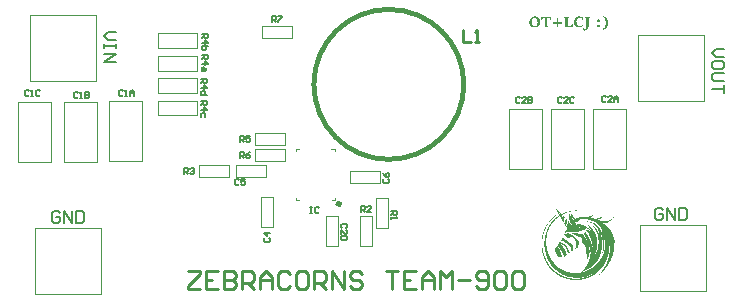
<source format=gto>
G04*
G04 #@! TF.GenerationSoftware,Altium Limited,Altium Designer,23.0.1 (38)*
G04*
G04 Layer_Color=65535*
%FSLAX44Y44*%
%MOMM*%
G71*
G04*
G04 #@! TF.SameCoordinates,61B169D7-A8E7-49CF-968D-BC901533A6F8*
G04*
G04*
G04 #@! TF.FilePolarity,Positive*
G04*
G01*
G75*
%ADD10C,0.4000*%
%ADD11C,0.3810*%
%ADD12C,0.0500*%
%ADD13C,0.0510*%
%ADD14C,0.0800*%
%ADD15C,0.0508*%
%ADD16C,0.1270*%
%ADD17C,0.2540*%
G36*
X507807Y85307D02*
X506319D01*
Y85121D01*
X504831D01*
Y84935D01*
X503715D01*
Y84749D01*
X502785D01*
Y84563D01*
X502041D01*
Y84377D01*
X501297D01*
Y84191D01*
X500739D01*
Y84005D01*
X500181D01*
Y83819D01*
X499622D01*
Y83633D01*
X499064D01*
Y83447D01*
X498692D01*
Y83261D01*
X498134D01*
Y83075D01*
X497762D01*
Y82889D01*
X497204D01*
Y82703D01*
X496832D01*
Y82517D01*
X496460D01*
Y82331D01*
X496088D01*
Y82145D01*
X495716D01*
Y81959D01*
X495344D01*
Y81773D01*
X495530D01*
Y80657D01*
X495344D01*
Y79727D01*
X495158D01*
Y79355D01*
X494972D01*
Y78983D01*
X494786D01*
Y78611D01*
X494600D01*
Y78983D01*
X494414D01*
Y79169D01*
X494228D01*
Y79541D01*
X494042D01*
Y79913D01*
X493856D01*
Y80099D01*
X493670D01*
Y80471D01*
X493484D01*
Y80657D01*
X493298D01*
Y80471D01*
X492926D01*
Y80285D01*
X492740D01*
Y80099D01*
X492368D01*
Y79913D01*
X492182D01*
Y79727D01*
X491810D01*
Y79541D01*
X491624D01*
Y79355D01*
X491438D01*
Y79169D01*
X491252D01*
Y78983D01*
X490880D01*
Y78797D01*
X490694D01*
Y78611D01*
X490508D01*
Y78425D01*
X490322D01*
Y78239D01*
X490135D01*
Y78053D01*
X489949D01*
Y77867D01*
X489577D01*
Y77681D01*
X489392D01*
Y77495D01*
X489205D01*
Y77309D01*
X489019D01*
Y77123D01*
X488833D01*
Y76936D01*
X488647D01*
Y76750D01*
X488461D01*
Y76378D01*
X488275D01*
Y76192D01*
X488089D01*
Y76006D01*
X487903D01*
Y75820D01*
X487717D01*
Y75634D01*
X487531D01*
Y75448D01*
X487345D01*
Y75076D01*
X487159D01*
Y74890D01*
X486973D01*
Y74704D01*
X486787D01*
Y74518D01*
X486601D01*
Y74146D01*
X486415D01*
Y73960D01*
X486229D01*
Y73588D01*
X486043D01*
Y73402D01*
X485857D01*
Y73030D01*
X485671D01*
Y72844D01*
X485485D01*
Y72472D01*
X485299D01*
Y72100D01*
X485113D01*
Y71914D01*
X484927D01*
Y71542D01*
X484741D01*
Y71170D01*
X484555D01*
Y70798D01*
X484369D01*
Y70426D01*
X484183D01*
Y69868D01*
X483997D01*
Y69496D01*
X483811D01*
Y69124D01*
X483625D01*
Y68566D01*
X483439D01*
Y68008D01*
X483253D01*
Y67449D01*
X483067D01*
Y66891D01*
X482881D01*
Y66333D01*
X482695D01*
Y65589D01*
X482509D01*
Y64659D01*
X482323D01*
Y63729D01*
X482137D01*
Y62427D01*
X481951D01*
Y55730D01*
X482137D01*
Y54428D01*
X482323D01*
Y53498D01*
X482509D01*
Y52568D01*
X482695D01*
Y51824D01*
X482881D01*
Y51080D01*
X483067D01*
Y50522D01*
X483253D01*
Y49964D01*
X483439D01*
Y49406D01*
X483625D01*
Y48848D01*
X483811D01*
Y48476D01*
X483997D01*
Y47918D01*
X484183D01*
Y47546D01*
X484369D01*
Y47174D01*
X484555D01*
Y46616D01*
X484741D01*
Y46244D01*
X484927D01*
Y45871D01*
X485113D01*
Y45499D01*
X485299D01*
Y45313D01*
X485485D01*
Y44941D01*
X485671D01*
Y44569D01*
X485857D01*
Y44197D01*
X486043D01*
Y44011D01*
X486229D01*
Y43639D01*
X486415D01*
Y43453D01*
X486601D01*
Y43081D01*
X486787D01*
Y42895D01*
X486973D01*
Y42523D01*
X487159D01*
Y42337D01*
X487345D01*
Y41965D01*
X487531D01*
Y41779D01*
X487717D01*
Y41593D01*
X487903D01*
Y41407D01*
X488089D01*
Y41035D01*
X488275D01*
Y40849D01*
X488461D01*
Y40663D01*
X488647D01*
Y40477D01*
X488833D01*
Y40291D01*
X489019D01*
Y40105D01*
X489205D01*
Y39919D01*
X489392D01*
Y39733D01*
X489577D01*
Y39547D01*
X489763D01*
Y39361D01*
X489949D01*
Y39175D01*
X490135D01*
Y38989D01*
X490322D01*
Y38803D01*
X490508D01*
Y38617D01*
X490694D01*
Y38431D01*
X490880D01*
Y38245D01*
X491066D01*
Y38059D01*
X491252D01*
Y37873D01*
X491624D01*
Y37687D01*
X491810D01*
Y37501D01*
X491996D01*
Y37315D01*
X492182D01*
Y37129D01*
X492554D01*
Y36943D01*
X492740D01*
Y36756D01*
X493112D01*
Y36570D01*
X493298D01*
Y36384D01*
X493670D01*
Y36198D01*
X493856D01*
Y36012D01*
X494228D01*
Y35826D01*
X494414D01*
Y35640D01*
X494786D01*
Y35454D01*
X495158D01*
Y35268D01*
X495530D01*
Y35082D01*
X495902D01*
Y34896D01*
X496274D01*
Y34710D01*
X496646D01*
Y34524D01*
X497018D01*
Y34338D01*
X497576D01*
Y34152D01*
X497948D01*
Y33966D01*
X498506D01*
Y33780D01*
X499064D01*
Y33594D01*
X499622D01*
Y33408D01*
X500367D01*
Y33222D01*
X501111D01*
Y33036D01*
X502041D01*
Y32850D01*
X503157D01*
Y32664D01*
X505017D01*
Y32478D01*
X507993D01*
Y32664D01*
X510039D01*
Y32850D01*
X511156D01*
Y33036D01*
X511900D01*
Y33222D01*
X512830D01*
Y33408D01*
X513388D01*
Y33594D01*
X513946D01*
Y33780D01*
X514504D01*
Y33966D01*
X515062D01*
Y34152D01*
X515620D01*
Y34338D01*
X516178D01*
Y34524D01*
X516550D01*
Y34710D01*
X516922D01*
Y34896D01*
X517294D01*
Y35082D01*
X517666D01*
Y35268D01*
X518038D01*
Y35454D01*
X518410D01*
Y35640D01*
X518782D01*
Y35826D01*
X519154D01*
Y36012D01*
X519526D01*
Y36198D01*
X519712D01*
Y36384D01*
X520084D01*
Y36570D01*
X520271D01*
Y36756D01*
X520643D01*
Y36943D01*
X520829D01*
Y37129D01*
X521201D01*
Y37315D01*
X521387D01*
Y37501D01*
X521759D01*
Y37687D01*
X521945D01*
Y37873D01*
X522131D01*
Y38059D01*
X522317D01*
Y38245D01*
X522689D01*
Y38431D01*
X522875D01*
Y38617D01*
X523061D01*
Y38803D01*
X523247D01*
Y38989D01*
X523433D01*
Y39175D01*
X523619D01*
Y39361D01*
X523805D01*
Y39547D01*
X523991D01*
Y39733D01*
X524363D01*
Y39919D01*
X524549D01*
Y40105D01*
X524735D01*
Y40291D01*
X524921D01*
Y40663D01*
X525107D01*
Y40849D01*
X525293D01*
Y41035D01*
X525479D01*
Y41221D01*
X525665D01*
Y41407D01*
X525851D01*
Y41593D01*
X526037D01*
Y41779D01*
X526223D01*
Y41965D01*
X526409D01*
Y42337D01*
X526595D01*
Y42523D01*
X526781D01*
Y42709D01*
X526967D01*
Y42895D01*
X527153D01*
Y43267D01*
X527339D01*
Y43453D01*
X527525D01*
Y43825D01*
X527711D01*
Y44011D01*
X527897D01*
Y44197D01*
X528083D01*
Y44569D01*
X528269D01*
Y44941D01*
X528455D01*
Y45127D01*
X528641D01*
Y45499D01*
X528827D01*
Y45871D01*
X529013D01*
Y46057D01*
X529199D01*
Y46430D01*
X529385D01*
Y46802D01*
X529571D01*
Y47174D01*
X529757D01*
Y47732D01*
X529943D01*
Y48104D01*
X530129D01*
Y48476D01*
X530315D01*
Y49034D01*
X530502D01*
Y49592D01*
X530687D01*
Y50336D01*
X530873D01*
Y51080D01*
X531059D01*
Y52196D01*
X531245D01*
Y53870D01*
X531432D01*
Y58707D01*
X531245D01*
Y60753D01*
X531059D01*
Y55730D01*
X530873D01*
Y54056D01*
X530687D01*
Y52940D01*
X530502D01*
Y52010D01*
X530315D01*
Y51266D01*
X530129D01*
Y50708D01*
X529943D01*
Y50150D01*
X529757D01*
Y49592D01*
X529571D01*
Y49220D01*
X529385D01*
Y50336D01*
X529571D01*
Y52382D01*
X529757D01*
Y59079D01*
X529571D01*
Y60567D01*
X529385D01*
Y61497D01*
X529199D01*
Y62427D01*
X529013D01*
Y63171D01*
X528827D01*
Y63915D01*
X528641D01*
Y64659D01*
X528455D01*
Y65403D01*
X528269D01*
Y66147D01*
X528083D01*
Y66891D01*
X527897D01*
Y67077D01*
X527711D01*
Y66891D01*
X527897D01*
Y65961D01*
X528083D01*
Y65031D01*
X528269D01*
Y64101D01*
X528455D01*
Y62985D01*
X528641D01*
Y61311D01*
X528827D01*
Y58893D01*
X529013D01*
Y55730D01*
X528827D01*
Y53312D01*
X528641D01*
Y51638D01*
X528455D01*
Y50708D01*
X528269D01*
Y49964D01*
X528083D01*
Y49220D01*
X527897D01*
Y48476D01*
X527711D01*
Y47918D01*
X527525D01*
Y47360D01*
X527339D01*
Y46988D01*
X527153D01*
Y46430D01*
X526967D01*
Y46057D01*
X526781D01*
Y45499D01*
X526595D01*
Y45127D01*
X526409D01*
Y44755D01*
X526223D01*
Y44383D01*
X526037D01*
Y44197D01*
X525851D01*
Y43825D01*
X525665D01*
Y43453D01*
X525479D01*
Y43267D01*
X525293D01*
Y42895D01*
X525107D01*
Y42709D01*
X524921D01*
Y42337D01*
X524735D01*
Y42151D01*
X524549D01*
Y41779D01*
X524363D01*
Y41593D01*
X524177D01*
Y41407D01*
X523991D01*
Y41221D01*
X523805D01*
Y40849D01*
X523619D01*
Y40663D01*
X523433D01*
Y40477D01*
X523247D01*
Y40291D01*
X523061D01*
Y40105D01*
X522875D01*
Y39919D01*
X522689D01*
Y39733D01*
X522503D01*
Y39547D01*
X522317D01*
Y39361D01*
X522131D01*
Y39175D01*
X521945D01*
Y38989D01*
X521759D01*
Y38803D01*
X521573D01*
Y38617D01*
X521387D01*
Y38431D01*
X521015D01*
Y38245D01*
X520829D01*
Y38059D01*
X520643D01*
Y37873D01*
X520457D01*
Y37687D01*
X520084D01*
Y37501D01*
X519898D01*
Y37315D01*
X519526D01*
Y37129D01*
X519340D01*
Y36943D01*
X518968D01*
Y36756D01*
X518782D01*
Y36570D01*
X518410D01*
Y36384D01*
X518224D01*
Y36198D01*
X517852D01*
Y36012D01*
X517480D01*
Y35826D01*
X517108D01*
Y35640D01*
X516736D01*
Y35454D01*
X516364D01*
Y35268D01*
X515992D01*
Y35082D01*
X515620D01*
Y34896D01*
X515248D01*
Y34710D01*
X514876D01*
Y34524D01*
X514318D01*
Y34338D01*
X513760D01*
Y34152D01*
X513202D01*
Y33966D01*
X512644D01*
Y33780D01*
X512086D01*
Y33594D01*
X511714D01*
Y33408D01*
X511342D01*
Y33594D01*
X511528D01*
Y33780D01*
X511714D01*
Y33966D01*
X512086D01*
Y34152D01*
X512272D01*
Y34338D01*
X512458D01*
Y34524D01*
X512644D01*
Y34710D01*
X513016D01*
Y34896D01*
X513202D01*
Y35082D01*
X513388D01*
Y35268D01*
X513574D01*
Y35640D01*
X513760D01*
Y35826D01*
X513946D01*
Y36012D01*
X514132D01*
Y36198D01*
X514318D01*
Y36570D01*
X514504D01*
Y36756D01*
X514690D01*
Y36943D01*
X514876D01*
Y37315D01*
X515062D01*
Y37501D01*
X515248D01*
Y37873D01*
X515434D01*
Y38059D01*
X515620D01*
Y38431D01*
X515806D01*
Y38617D01*
X515992D01*
Y38989D01*
X516178D01*
Y39361D01*
X516364D01*
Y39547D01*
X516550D01*
Y39919D01*
X516736D01*
Y40291D01*
X516922D01*
Y40663D01*
X517108D01*
Y41035D01*
X517294D01*
Y41407D01*
X517480D01*
Y41779D01*
X517666D01*
Y42151D01*
X517852D01*
Y42709D01*
X518038D01*
Y43267D01*
X518224D01*
Y43825D01*
X518410D01*
Y44383D01*
X518596D01*
Y45127D01*
X518782D01*
Y45871D01*
X518968D01*
Y46988D01*
X519154D01*
Y48848D01*
X519340D01*
Y50336D01*
X519154D01*
Y52196D01*
X518968D01*
Y53312D01*
X518782D01*
Y54056D01*
X518596D01*
Y54800D01*
X518410D01*
Y54986D01*
X518224D01*
Y54614D01*
X518410D01*
Y52382D01*
X518596D01*
Y49220D01*
X518410D01*
Y48476D01*
X518224D01*
Y47732D01*
X518038D01*
Y46802D01*
X517852D01*
Y46244D01*
X517666D01*
Y45685D01*
X517480D01*
Y45313D01*
X517294D01*
Y44755D01*
X517108D01*
Y44383D01*
X516922D01*
Y44011D01*
X516736D01*
Y43639D01*
X516550D01*
Y43267D01*
X516364D01*
Y44197D01*
X516550D01*
Y45127D01*
X516736D01*
Y49592D01*
X516550D01*
Y49778D01*
X516364D01*
Y49220D01*
X516178D01*
Y48662D01*
X515992D01*
Y48290D01*
X515806D01*
Y47918D01*
X515620D01*
Y47546D01*
X515434D01*
Y47174D01*
X515248D01*
Y46988D01*
X515062D01*
Y46616D01*
X514876D01*
Y46244D01*
X514690D01*
Y46802D01*
X514876D01*
Y47174D01*
X515062D01*
Y47732D01*
X515248D01*
Y48476D01*
X515434D01*
Y49592D01*
X515620D01*
Y52382D01*
X515434D01*
Y53126D01*
X515248D01*
Y54056D01*
X515062D01*
Y54614D01*
X514876D01*
Y54986D01*
X514690D01*
Y55358D01*
X514504D01*
Y55730D01*
X514318D01*
Y55916D01*
X514132D01*
Y56288D01*
X513946D01*
Y56474D01*
X513760D01*
Y56660D01*
X513574D01*
Y56846D01*
X513388D01*
Y57218D01*
X513202D01*
Y57405D01*
X513016D01*
Y57591D01*
X512830D01*
Y57963D01*
X512644D01*
Y58149D01*
X512458D01*
Y60195D01*
X512272D01*
Y60939D01*
X512086D01*
Y61497D01*
X511900D01*
Y61869D01*
X511714D01*
Y62241D01*
X511528D01*
Y62427D01*
X511156D01*
Y62613D01*
X510970D01*
Y62799D01*
X510597D01*
Y62985D01*
X510225D01*
Y63171D01*
X509667D01*
Y63357D01*
X509109D01*
Y63543D01*
X508551D01*
Y63729D01*
X507993D01*
Y63915D01*
X507621D01*
Y64101D01*
X507063D01*
Y64287D01*
X506691D01*
Y64473D01*
X506319D01*
Y64659D01*
X505761D01*
Y64845D01*
X505389D01*
Y65031D01*
X505017D01*
Y65217D01*
X504645D01*
Y65403D01*
X504273D01*
Y65589D01*
X503901D01*
Y65775D01*
X503529D01*
Y65961D01*
X503157D01*
Y66333D01*
X504831D01*
Y66147D01*
X506505D01*
Y65961D01*
X508365D01*
Y65775D01*
X512086D01*
Y65961D01*
X512272D01*
Y65775D01*
X512458D01*
Y65589D01*
X512644D01*
Y65403D01*
X512830D01*
Y65217D01*
X513016D01*
Y65031D01*
X513202D01*
Y64845D01*
X513388D01*
Y64659D01*
X513574D01*
Y64473D01*
X513760D01*
Y64101D01*
X513946D01*
Y63729D01*
X514132D01*
Y63357D01*
X514318D01*
Y62985D01*
X514504D01*
Y62799D01*
X514690D01*
Y62427D01*
X514876D01*
Y62055D01*
X515062D01*
Y61683D01*
X515248D01*
Y61497D01*
X515434D01*
Y61311D01*
X515620D01*
Y60939D01*
X515806D01*
Y60567D01*
X515992D01*
Y60009D01*
X516178D01*
Y59637D01*
X516364D01*
Y59265D01*
X516550D01*
Y59637D01*
X516364D01*
Y60381D01*
X516178D01*
Y61125D01*
X515992D01*
Y61497D01*
X515806D01*
Y61869D01*
X515620D01*
Y62241D01*
X515434D01*
Y62613D01*
X515248D01*
Y62985D01*
X515062D01*
Y63357D01*
X514876D01*
Y63729D01*
X514690D01*
Y64101D01*
X514504D01*
Y64473D01*
X514318D01*
Y64845D01*
X514132D01*
Y65217D01*
X513946D01*
Y65589D01*
X513760D01*
Y65775D01*
X513574D01*
Y65961D01*
X513388D01*
Y66333D01*
X513760D01*
Y66519D01*
X514132D01*
Y66705D01*
X514318D01*
Y66891D01*
X514504D01*
Y67077D01*
X514876D01*
Y66891D01*
X515062D01*
Y66705D01*
X515248D01*
Y66519D01*
X515434D01*
Y66147D01*
X515620D01*
Y65961D01*
X515806D01*
Y65775D01*
X515992D01*
Y65589D01*
X516178D01*
Y65403D01*
X516364D01*
Y65217D01*
X516550D01*
Y64845D01*
X516736D01*
Y64659D01*
X516922D01*
Y64473D01*
X517108D01*
Y64101D01*
X517294D01*
Y63729D01*
X517480D01*
Y63357D01*
X517666D01*
Y62985D01*
X517852D01*
Y62427D01*
X518038D01*
Y62055D01*
X518224D01*
Y61497D01*
X518410D01*
Y60939D01*
X518596D01*
Y60567D01*
X518782D01*
Y60009D01*
X518968D01*
Y59637D01*
X519154D01*
Y59265D01*
X519340D01*
Y58707D01*
X519526D01*
Y58521D01*
X519712D01*
Y58149D01*
X519898D01*
Y57591D01*
X520084D01*
Y57218D01*
X520271D01*
Y56474D01*
X520457D01*
Y55730D01*
X520643D01*
Y54986D01*
X520829D01*
Y54428D01*
X521015D01*
Y54056D01*
X521201D01*
Y54428D01*
X521015D01*
Y55358D01*
X520829D01*
Y57405D01*
X520643D01*
Y58335D01*
X520457D01*
Y58707D01*
X520271D01*
Y59265D01*
X520084D01*
Y59823D01*
X519898D01*
Y60381D01*
X519712D01*
Y60939D01*
X519526D01*
Y61497D01*
X519340D01*
Y62055D01*
X519154D01*
Y62613D01*
X518968D01*
Y63171D01*
X518782D01*
Y63729D01*
X518596D01*
Y64101D01*
X518410D01*
Y64659D01*
X518224D01*
Y65031D01*
X518038D01*
Y65403D01*
X517852D01*
Y65775D01*
X517666D01*
Y66147D01*
X517480D01*
Y66333D01*
X517294D01*
Y66705D01*
X517108D01*
Y66891D01*
X516922D01*
Y67263D01*
X516736D01*
Y67449D01*
X516550D01*
Y67635D01*
X516364D01*
Y68008D01*
X516178D01*
Y68194D01*
X515992D01*
Y68380D01*
X515620D01*
Y68752D01*
X515806D01*
Y68938D01*
X516178D01*
Y69124D01*
X516550D01*
Y69310D01*
X517108D01*
Y69124D01*
X517666D01*
Y68938D01*
X518038D01*
Y68752D01*
X518224D01*
Y68566D01*
X518410D01*
Y68380D01*
X518596D01*
Y68194D01*
X518782D01*
Y68380D01*
X518596D01*
Y68566D01*
X518410D01*
Y68752D01*
X518224D01*
Y68938D01*
X518038D01*
Y69124D01*
X517852D01*
Y69310D01*
X517666D01*
Y69496D01*
X517480D01*
Y69682D01*
X517294D01*
Y69868D01*
X516922D01*
Y70054D01*
X516550D01*
Y70240D01*
X515434D01*
Y70054D01*
X515062D01*
Y69868D01*
X514876D01*
Y69682D01*
X514504D01*
Y69496D01*
X514318D01*
Y69310D01*
X513946D01*
Y69124D01*
X513574D01*
Y68938D01*
X513202D01*
Y68752D01*
X512644D01*
Y68566D01*
X512272D01*
Y68380D01*
X511714D01*
Y68194D01*
X511156D01*
Y68008D01*
X510597D01*
Y67822D01*
X509853D01*
Y67635D01*
X509109D01*
Y67449D01*
X508179D01*
Y67263D01*
X506505D01*
Y67077D01*
X505575D01*
Y67263D01*
X503901D01*
Y67449D01*
X500739D01*
Y67263D01*
X499436D01*
Y67077D01*
X498878D01*
Y66891D01*
X498320D01*
Y66705D01*
X497948D01*
Y66519D01*
X497762D01*
Y66333D01*
X497576D01*
Y66147D01*
X497390D01*
Y68008D01*
X497762D01*
Y68194D01*
X498506D01*
Y68380D01*
X498692D01*
Y68566D01*
X498878D01*
Y68752D01*
X499064D01*
Y69124D01*
X499250D01*
Y69496D01*
X499436D01*
Y69868D01*
X499622D01*
Y70240D01*
X499436D01*
Y70426D01*
X499250D01*
Y70798D01*
X499064D01*
Y71170D01*
X498878D01*
Y71356D01*
X498692D01*
Y71728D01*
X498878D01*
Y71914D01*
X499064D01*
Y72286D01*
X499250D01*
Y72658D01*
X499436D01*
Y73030D01*
X499622D01*
Y73402D01*
X499809D01*
Y73588D01*
X499995D01*
Y74146D01*
X500181D01*
Y74518D01*
X500367D01*
Y75262D01*
X500552D01*
Y76192D01*
X500739D01*
Y76006D01*
X500925D01*
Y75820D01*
X501111D01*
Y75634D01*
X501297D01*
Y75448D01*
X501483D01*
Y75262D01*
X501669D01*
Y75076D01*
X501855D01*
Y74704D01*
X502041D01*
Y74518D01*
X502227D01*
Y74332D01*
X502413D01*
Y74146D01*
X502599D01*
Y73960D01*
X502785D01*
Y73774D01*
X502971D01*
Y73588D01*
X503157D01*
Y73402D01*
X503343D01*
Y73216D01*
X503529D01*
Y73030D01*
X503715D01*
Y72844D01*
X504273D01*
Y72658D01*
X504645D01*
Y72844D01*
X504459D01*
Y73030D01*
X503901D01*
Y73216D01*
X503715D01*
Y73402D01*
X503529D01*
Y73588D01*
X503343D01*
Y73960D01*
X503157D01*
Y74146D01*
X502971D01*
Y74332D01*
X502785D01*
Y74518D01*
X502599D01*
Y74704D01*
X502413D01*
Y74890D01*
X502227D01*
Y75262D01*
X502041D01*
Y75634D01*
X501855D01*
Y76564D01*
X501669D01*
Y77495D01*
X501483D01*
Y78983D01*
X501297D01*
Y81401D01*
X501483D01*
Y82889D01*
X501669D01*
Y82517D01*
X501855D01*
Y81959D01*
X502041D01*
Y81401D01*
X502227D01*
Y80843D01*
X502413D01*
Y80657D01*
X502599D01*
Y80285D01*
X502785D01*
Y80099D01*
X502971D01*
Y79727D01*
X503157D01*
Y79541D01*
X503343D01*
Y79355D01*
X503529D01*
Y78983D01*
X503715D01*
Y78797D01*
X503901D01*
Y78611D01*
X504087D01*
Y78239D01*
X504273D01*
Y78053D01*
X504459D01*
Y77681D01*
X504645D01*
Y77495D01*
X504831D01*
Y77309D01*
X505017D01*
Y76936D01*
X505203D01*
Y76750D01*
X505389D01*
Y76564D01*
X505575D01*
Y76192D01*
X505761D01*
Y76006D01*
X505947D01*
Y75634D01*
X506133D01*
Y75448D01*
X506319D01*
Y75076D01*
X506505D01*
Y74704D01*
X506691D01*
Y74518D01*
X506877D01*
Y74146D01*
X507063D01*
Y73774D01*
X507249D01*
Y73402D01*
X507435D01*
Y73030D01*
X507621D01*
Y72658D01*
X507807D01*
Y72100D01*
X507993D01*
Y71914D01*
X508365D01*
Y71728D01*
X508737D01*
Y71542D01*
X509109D01*
Y71356D01*
X509481D01*
Y71170D01*
X509667D01*
Y70984D01*
X510039D01*
Y71170D01*
X509853D01*
Y71356D01*
X509481D01*
Y71542D01*
X509295D01*
Y71728D01*
X508923D01*
Y71914D01*
X508737D01*
Y72100D01*
X508365D01*
Y72286D01*
X508179D01*
Y72658D01*
X507993D01*
Y73030D01*
X507807D01*
Y73402D01*
X507621D01*
Y73960D01*
X508923D01*
Y73774D01*
X510411D01*
Y73588D01*
X511342D01*
Y73402D01*
X511900D01*
Y73216D01*
X512458D01*
Y73030D01*
X513016D01*
Y72844D01*
X513388D01*
Y72658D01*
X513946D01*
Y72472D01*
X514318D01*
Y72286D01*
X514690D01*
Y72100D01*
X515062D01*
Y71914D01*
X515434D01*
Y71728D01*
X515806D01*
Y71542D01*
X515992D01*
Y71356D01*
X516364D01*
Y71170D01*
X516736D01*
Y70984D01*
X516922D01*
Y70798D01*
X517294D01*
Y70612D01*
X517480D01*
Y70426D01*
X517852D01*
Y70240D01*
X518038D01*
Y70054D01*
X518224D01*
Y69868D01*
X518596D01*
Y69682D01*
X518782D01*
Y69496D01*
X518968D01*
Y69310D01*
X519340D01*
Y69124D01*
X519526D01*
Y68938D01*
X519712D01*
Y69310D01*
X519526D01*
Y69496D01*
X519340D01*
Y69868D01*
X519154D01*
Y70240D01*
X518968D01*
Y70426D01*
X518782D01*
Y70798D01*
X518596D01*
Y70984D01*
X518410D01*
Y71356D01*
X518224D01*
Y71542D01*
X518038D01*
Y71914D01*
X517852D01*
Y72100D01*
X517666D01*
Y72286D01*
X517480D01*
Y72658D01*
X517294D01*
Y72844D01*
X517108D01*
Y73030D01*
X516922D01*
Y73216D01*
X517108D01*
Y73030D01*
X517480D01*
Y72844D01*
X517666D01*
Y72658D01*
X517852D01*
Y72472D01*
X518038D01*
Y72286D01*
X518410D01*
Y72100D01*
X518596D01*
Y71914D01*
X518782D01*
Y71728D01*
X518968D01*
Y71542D01*
X519340D01*
Y71356D01*
X519526D01*
Y71170D01*
X519712D01*
Y70984D01*
X519898D01*
Y70798D01*
X520084D01*
Y70612D01*
X520271D01*
Y70426D01*
X520457D01*
Y70054D01*
X520643D01*
Y69868D01*
X520829D01*
Y69682D01*
X521015D01*
Y69496D01*
X521201D01*
Y69310D01*
X521387D01*
Y68938D01*
X521573D01*
Y68752D01*
X521759D01*
Y68380D01*
X521945D01*
Y68194D01*
X522131D01*
Y67822D01*
X522317D01*
Y67635D01*
X522503D01*
Y67263D01*
X522689D01*
Y67077D01*
X522875D01*
Y66705D01*
X523061D01*
Y66333D01*
X523247D01*
Y65961D01*
X523433D01*
Y65403D01*
X523619D01*
Y65031D01*
X523805D01*
Y64473D01*
X523991D01*
Y63915D01*
X524177D01*
Y63357D01*
X524363D01*
Y62799D01*
X524549D01*
Y62055D01*
X524735D01*
Y61125D01*
X524921D01*
Y59637D01*
X525107D01*
Y54800D01*
X524921D01*
Y53870D01*
X524735D01*
Y52754D01*
X524549D01*
Y52010D01*
X524363D01*
Y51266D01*
X524177D01*
Y50708D01*
X523991D01*
Y50150D01*
X523805D01*
Y49592D01*
X523619D01*
Y49220D01*
X523433D01*
Y48662D01*
X523247D01*
Y48290D01*
X523061D01*
Y47918D01*
X522875D01*
Y47546D01*
X522689D01*
Y47174D01*
X522503D01*
Y46988D01*
X522317D01*
Y46616D01*
X522503D01*
Y46802D01*
X522689D01*
Y46988D01*
X522875D01*
Y47360D01*
X523061D01*
Y47546D01*
X523247D01*
Y47918D01*
X523433D01*
Y48290D01*
X523619D01*
Y48662D01*
X523805D01*
Y49034D01*
X523991D01*
Y49406D01*
X524177D01*
Y49778D01*
X524363D01*
Y50150D01*
X524549D01*
Y50522D01*
X524735D01*
Y51080D01*
X524921D01*
Y51452D01*
X525107D01*
Y52010D01*
X525293D01*
Y52754D01*
X525479D01*
Y53684D01*
X525665D01*
Y54614D01*
X525851D01*
Y55544D01*
X526037D01*
Y56846D01*
X526223D01*
Y60753D01*
X526037D01*
Y62241D01*
X525851D01*
Y63357D01*
X525665D01*
Y64101D01*
X525479D01*
Y64845D01*
X525293D01*
Y65403D01*
X525107D01*
Y65961D01*
X524921D01*
Y66333D01*
X524735D01*
Y66891D01*
X524549D01*
Y67263D01*
X524363D01*
Y67635D01*
X524177D01*
Y68008D01*
X523991D01*
Y68380D01*
X523805D01*
Y68752D01*
X523619D01*
Y69124D01*
X523433D01*
Y69496D01*
X523247D01*
Y69682D01*
X523061D01*
Y70054D01*
X522875D01*
Y70240D01*
X522689D01*
Y70426D01*
X522503D01*
Y70612D01*
X522317D01*
Y70984D01*
X522131D01*
Y71170D01*
X521945D01*
Y71356D01*
X521759D01*
Y71542D01*
X521573D01*
Y71728D01*
X521387D01*
Y72100D01*
X521201D01*
Y72286D01*
X521387D01*
Y72100D01*
X521573D01*
Y71914D01*
X521945D01*
Y71728D01*
X522131D01*
Y71542D01*
X522503D01*
Y71356D01*
X522689D01*
Y71170D01*
X522875D01*
Y70984D01*
X523247D01*
Y70798D01*
X523433D01*
Y70612D01*
X523619D01*
Y70426D01*
X523805D01*
Y70240D01*
X523991D01*
Y70054D01*
X524177D01*
Y69682D01*
X524363D01*
Y69496D01*
X524549D01*
Y69310D01*
X524735D01*
Y68938D01*
X524921D01*
Y68752D01*
X525107D01*
Y68380D01*
X525293D01*
Y68008D01*
X525479D01*
Y67822D01*
X525665D01*
Y67263D01*
X525851D01*
Y66891D01*
X526037D01*
Y66519D01*
X526223D01*
Y65775D01*
X526409D01*
Y66891D01*
X526223D01*
Y67822D01*
X526037D01*
Y68566D01*
X525851D01*
Y69124D01*
X525665D01*
Y69496D01*
X525479D01*
Y70054D01*
X525293D01*
Y70426D01*
X525107D01*
Y70612D01*
X524921D01*
Y70984D01*
X524735D01*
Y71356D01*
X524549D01*
Y71542D01*
X524363D01*
Y71728D01*
X524177D01*
Y72100D01*
X523991D01*
Y72286D01*
X523805D01*
Y72472D01*
X523619D01*
Y72658D01*
X523433D01*
Y72844D01*
X523247D01*
Y73030D01*
X522875D01*
Y73216D01*
X522689D01*
Y73402D01*
X522503D01*
Y73588D01*
X522317D01*
Y73774D01*
X521945D01*
Y73960D01*
X521759D01*
Y74146D01*
X521387D01*
Y74332D01*
X521015D01*
Y74518D01*
X520643D01*
Y74704D01*
X520271D01*
Y74890D01*
X519898D01*
Y75076D01*
X519340D01*
Y75262D01*
X518782D01*
Y75448D01*
X518224D01*
Y75634D01*
X517666D01*
Y75820D01*
X516922D01*
Y76006D01*
X516178D01*
Y76192D01*
X517294D01*
Y76006D01*
X518224D01*
Y75820D01*
X519154D01*
Y75634D01*
X519898D01*
Y75448D01*
X520457D01*
Y75262D01*
X521015D01*
Y75076D01*
X521573D01*
Y74890D01*
X521945D01*
Y74704D01*
X522317D01*
Y74518D01*
X522689D01*
Y74332D01*
X523061D01*
Y74146D01*
X523247D01*
Y73960D01*
X523619D01*
Y73774D01*
X523805D01*
Y73588D01*
X524177D01*
Y73402D01*
X524363D01*
Y73216D01*
X524549D01*
Y73030D01*
X524921D01*
Y72844D01*
X525107D01*
Y72658D01*
X525293D01*
Y72472D01*
X525479D01*
Y72286D01*
X525665D01*
Y72100D01*
X525851D01*
Y71914D01*
X526037D01*
Y71728D01*
X526223D01*
Y71356D01*
X526409D01*
Y71170D01*
X526595D01*
Y70984D01*
X526781D01*
Y70612D01*
X526967D01*
Y70426D01*
X527153D01*
Y70240D01*
X527339D01*
Y69868D01*
X527525D01*
Y69496D01*
X527711D01*
Y69124D01*
X527897D01*
Y68938D01*
X528083D01*
Y68380D01*
X528269D01*
Y68008D01*
X528455D01*
Y67635D01*
X528641D01*
Y67263D01*
X528827D01*
Y66705D01*
X529013D01*
Y66147D01*
X529199D01*
Y65403D01*
X529385D01*
Y66705D01*
X529199D01*
Y67822D01*
X529013D01*
Y68566D01*
X528827D01*
Y69124D01*
X528641D01*
Y69682D01*
X528455D01*
Y70054D01*
X528269D01*
Y70426D01*
X528083D01*
Y70798D01*
X527897D01*
Y71170D01*
X527711D01*
Y71542D01*
X527525D01*
Y71728D01*
X527339D01*
Y72100D01*
X527153D01*
Y72286D01*
X526967D01*
Y72472D01*
X526781D01*
Y72844D01*
X526595D01*
Y73030D01*
X526409D01*
Y73216D01*
X526223D01*
Y73402D01*
X526037D01*
Y73588D01*
X525851D01*
Y73774D01*
X525665D01*
Y73960D01*
X525479D01*
Y74146D01*
X525293D01*
Y74332D01*
X524921D01*
Y74518D01*
X524735D01*
Y74704D01*
X524549D01*
Y74890D01*
X524177D01*
Y75076D01*
X523991D01*
Y75262D01*
X523619D01*
Y75448D01*
X523433D01*
Y75634D01*
X523061D01*
Y75820D01*
X522689D01*
Y76006D01*
X522317D01*
Y76192D01*
X521945D01*
Y76378D01*
X521573D01*
Y76564D01*
X521201D01*
Y76750D01*
X520643D01*
Y76936D01*
X520084D01*
Y77123D01*
X519526D01*
Y77309D01*
X518782D01*
Y77495D01*
X518038D01*
Y77681D01*
X517108D01*
Y77867D01*
X515806D01*
Y78053D01*
X512272D01*
Y77867D01*
X510784D01*
Y77681D01*
X509667D01*
Y77495D01*
X508737D01*
Y77309D01*
X508923D01*
Y77123D01*
X509667D01*
Y76936D01*
X510225D01*
Y76750D01*
X510784D01*
Y76378D01*
X510597D01*
Y76564D01*
X510411D01*
Y76378D01*
X508923D01*
Y76192D01*
X508365D01*
Y76006D01*
X507807D01*
Y75820D01*
X507435D01*
Y75634D01*
X507063D01*
Y75448D01*
X506691D01*
Y75634D01*
X506505D01*
Y76006D01*
X506319D01*
Y76192D01*
X506133D01*
Y76378D01*
X505947D01*
Y76564D01*
X505761D01*
Y76936D01*
X505575D01*
Y77123D01*
X505389D01*
Y77309D01*
X505203D01*
Y77495D01*
X505017D01*
Y77867D01*
X505389D01*
Y78053D01*
X505761D01*
Y78239D01*
X506133D01*
Y78425D01*
X506691D01*
Y78611D01*
X507249D01*
Y78797D01*
X507621D01*
Y78983D01*
X508179D01*
Y79169D01*
X508737D01*
Y79355D01*
X509481D01*
Y79541D01*
X510225D01*
Y79727D01*
X511342D01*
Y79913D01*
X516736D01*
Y80099D01*
X517666D01*
Y80285D01*
X518410D01*
Y80471D01*
X518968D01*
Y80657D01*
X519340D01*
Y80843D01*
X519898D01*
Y81029D01*
X520271D01*
Y81215D01*
X520643D01*
Y81401D01*
X521015D01*
Y81587D01*
X521387D01*
Y81773D01*
X521573D01*
Y81959D01*
X521945D01*
Y81773D01*
X521759D01*
Y81401D01*
X521573D01*
Y81215D01*
X521387D01*
Y81029D01*
X521201D01*
Y80843D01*
X521015D01*
Y80657D01*
X520829D01*
Y80471D01*
X520643D01*
Y80285D01*
X520457D01*
Y80099D01*
X520271D01*
Y79913D01*
X520084D01*
Y79727D01*
X519898D01*
Y79541D01*
X519712D01*
Y78983D01*
X520643D01*
Y78797D01*
X521945D01*
Y78611D01*
X524549D01*
Y78797D01*
X525851D01*
Y78983D01*
X526595D01*
Y79169D01*
X527153D01*
Y79355D01*
X527525D01*
Y79541D01*
X528083D01*
Y79727D01*
X528455D01*
Y79913D01*
X528827D01*
Y80099D01*
X529199D01*
Y80285D01*
X529571D01*
Y80471D01*
X529757D01*
Y80657D01*
X530129D01*
Y80843D01*
X530315D01*
Y81029D01*
X530502D01*
Y81215D01*
X530687D01*
Y81401D01*
X530873D01*
Y81587D01*
X531245D01*
Y81401D01*
X531059D01*
Y81215D01*
X530873D01*
Y81029D01*
X530687D01*
Y80843D01*
X530502D01*
Y80657D01*
X530315D01*
Y80471D01*
X530129D01*
Y80285D01*
X529943D01*
Y80099D01*
X529757D01*
Y79913D01*
X529571D01*
Y79727D01*
X529385D01*
Y79541D01*
X529199D01*
Y79355D01*
X529013D01*
Y79169D01*
X528641D01*
Y78983D01*
X528455D01*
Y78797D01*
X528083D01*
Y78611D01*
X527897D01*
Y78425D01*
X527525D01*
Y78239D01*
X527153D01*
Y78053D01*
X526595D01*
Y77867D01*
X526037D01*
Y77681D01*
X525479D01*
Y77495D01*
X525665D01*
Y77309D01*
X526781D01*
Y77123D01*
X527711D01*
Y76936D01*
X528827D01*
Y76750D01*
X533664D01*
Y76936D01*
X534594D01*
Y77123D01*
X535152D01*
Y77309D01*
X535710D01*
Y77495D01*
X536082D01*
Y77681D01*
X536454D01*
Y77867D01*
X536826D01*
Y78053D01*
X537198D01*
Y78239D01*
X537384D01*
Y78425D01*
X537756D01*
Y78611D01*
X537942D01*
Y78797D01*
X538128D01*
Y78983D01*
X538314D01*
Y79169D01*
X538500D01*
Y79355D01*
X538686D01*
Y79541D01*
X538872D01*
Y79169D01*
X538686D01*
Y78983D01*
X538500D01*
Y78797D01*
X538314D01*
Y78611D01*
X538128D01*
Y78239D01*
X537942D01*
Y78053D01*
X537756D01*
Y77867D01*
X537570D01*
Y77681D01*
X537384D01*
Y77495D01*
X537198D01*
Y77309D01*
X536826D01*
Y77123D01*
X536640D01*
Y76936D01*
X536454D01*
Y76750D01*
X536268D01*
Y76564D01*
X535896D01*
Y76378D01*
X535710D01*
Y76192D01*
X535338D01*
Y76006D01*
X534966D01*
Y75820D01*
X534594D01*
Y75634D01*
X534222D01*
Y75448D01*
X533850D01*
Y75262D01*
X533292D01*
Y75076D01*
X532548D01*
Y74890D01*
X531618D01*
Y74704D01*
X529943D01*
Y74518D01*
X530129D01*
Y74332D01*
X530502D01*
Y74146D01*
X530687D01*
Y73960D01*
X530873D01*
Y73774D01*
X531245D01*
Y73588D01*
X531432D01*
Y73402D01*
X531618D01*
Y73216D01*
X531990D01*
Y73030D01*
X532176D01*
Y72844D01*
X532362D01*
Y72658D01*
X532548D01*
Y72472D01*
X532734D01*
Y72286D01*
X532920D01*
Y72100D01*
X533106D01*
Y71914D01*
X533292D01*
Y71728D01*
X533478D01*
Y71542D01*
X533664D01*
Y71356D01*
X533850D01*
Y71170D01*
X534036D01*
Y70984D01*
X534222D01*
Y70798D01*
X534408D01*
Y70612D01*
X534594D01*
Y70426D01*
X534780D01*
Y70240D01*
X534966D01*
Y70054D01*
X535152D01*
Y69682D01*
X535338D01*
Y69496D01*
X535524D01*
Y69310D01*
X535710D01*
Y69124D01*
X535896D01*
Y68752D01*
X536082D01*
Y68566D01*
X536268D01*
Y68194D01*
X536454D01*
Y68008D01*
X536640D01*
Y67822D01*
X536826D01*
Y67449D01*
X537012D01*
Y67077D01*
X537198D01*
Y66891D01*
X537384D01*
Y66519D01*
X537570D01*
Y66147D01*
X537756D01*
Y65775D01*
X537942D01*
Y65403D01*
X538128D01*
Y64845D01*
X538314D01*
Y64473D01*
X538500D01*
Y63915D01*
X538686D01*
Y63357D01*
X538872D01*
Y62799D01*
X539058D01*
Y62241D01*
X539244D01*
Y61497D01*
X539430D01*
Y60753D01*
X539616D01*
Y60009D01*
X539802D01*
Y59079D01*
X539988D01*
Y58521D01*
X540174D01*
Y57963D01*
X540360D01*
Y57405D01*
X540546D01*
Y57032D01*
X540732D01*
Y56846D01*
X540919D01*
Y56660D01*
X541105D01*
Y56474D01*
X540732D01*
Y56660D01*
X540546D01*
Y56846D01*
X540174D01*
Y57032D01*
X539988D01*
Y57218D01*
X539802D01*
Y57405D01*
X539616D01*
Y57591D01*
X539430D01*
Y57777D01*
X539244D01*
Y57963D01*
X539058D01*
Y58335D01*
X538686D01*
Y58149D01*
X538872D01*
Y56474D01*
X539058D01*
Y52196D01*
X538872D01*
Y50708D01*
X538686D01*
Y49778D01*
X538500D01*
Y49034D01*
X538314D01*
Y48290D01*
X538128D01*
Y47546D01*
X537942D01*
Y46988D01*
X537756D01*
Y46430D01*
X537570D01*
Y45871D01*
X537384D01*
Y45313D01*
X537198D01*
Y44941D01*
X537012D01*
Y44383D01*
X536826D01*
Y44011D01*
X536640D01*
Y43639D01*
X536454D01*
Y43267D01*
X536268D01*
Y42895D01*
X536082D01*
Y42523D01*
X535896D01*
Y42151D01*
X535710D01*
Y41779D01*
X535524D01*
Y41593D01*
X535338D01*
Y41221D01*
X535152D01*
Y40849D01*
X534966D01*
Y40663D01*
X534780D01*
Y40291D01*
X534594D01*
Y39919D01*
X534408D01*
Y39733D01*
X534222D01*
Y39361D01*
X534036D01*
Y39175D01*
X533850D01*
Y38803D01*
X533664D01*
Y38617D01*
X533478D01*
Y38245D01*
X533292D01*
Y38059D01*
X533106D01*
Y37873D01*
X532920D01*
Y37501D01*
X532734D01*
Y37315D01*
X532548D01*
Y37129D01*
X532362D01*
Y36756D01*
X532176D01*
Y36570D01*
X531990D01*
Y36384D01*
X531804D01*
Y36198D01*
X531618D01*
Y36012D01*
X531432D01*
Y35640D01*
X531245D01*
Y35454D01*
X531059D01*
Y35268D01*
X530873D01*
Y35082D01*
X530687D01*
Y34896D01*
X530502D01*
Y34710D01*
X530315D01*
Y34524D01*
X530129D01*
Y34338D01*
X529943D01*
Y34152D01*
X529757D01*
Y33966D01*
X529571D01*
Y33780D01*
X529385D01*
Y33594D01*
X529199D01*
Y33408D01*
X529013D01*
Y33222D01*
X528827D01*
Y33036D01*
X528641D01*
Y32850D01*
X528455D01*
Y32664D01*
X528269D01*
Y32478D01*
X528083D01*
Y32292D01*
X527897D01*
Y32106D01*
X527711D01*
Y31920D01*
X527525D01*
Y31734D01*
X527339D01*
Y31548D01*
X527153D01*
Y31362D01*
X526967D01*
Y31176D01*
X526781D01*
Y30990D01*
X526409D01*
Y31176D01*
X526595D01*
Y31362D01*
X526781D01*
Y31548D01*
X526967D01*
Y31734D01*
X527153D01*
Y32106D01*
X527339D01*
Y32292D01*
X527525D01*
Y32478D01*
X527711D01*
Y32664D01*
X527897D01*
Y32850D01*
X528083D01*
Y33222D01*
X528269D01*
Y33408D01*
X528455D01*
Y33594D01*
X528641D01*
Y33780D01*
X528827D01*
Y34152D01*
X529013D01*
Y34338D01*
X529199D01*
Y34524D01*
X529385D01*
Y34896D01*
X529571D01*
Y35082D01*
X529757D01*
Y35268D01*
X529943D01*
Y35640D01*
X530129D01*
Y35826D01*
X530315D01*
Y36198D01*
X530502D01*
Y36384D01*
X530687D01*
Y36756D01*
X530873D01*
Y37129D01*
X531059D01*
Y37315D01*
X531245D01*
Y37687D01*
X531432D01*
Y38059D01*
X531618D01*
Y38245D01*
X531804D01*
Y38617D01*
X531990D01*
Y38989D01*
X532176D01*
Y39361D01*
X532362D01*
Y39733D01*
X532548D01*
Y40105D01*
X532734D01*
Y40477D01*
X532920D01*
Y40849D01*
X533106D01*
Y41221D01*
X533292D01*
Y41779D01*
X533478D01*
Y42151D01*
X533664D01*
Y42709D01*
X533850D01*
Y43081D01*
X534036D01*
Y43639D01*
X534222D01*
Y44197D01*
X534408D01*
Y44941D01*
X534594D01*
Y45499D01*
X534780D01*
Y46244D01*
X534966D01*
Y47174D01*
X535152D01*
Y48290D01*
X535338D01*
Y49592D01*
X535524D01*
Y55358D01*
X535338D01*
Y52940D01*
X535152D01*
Y51638D01*
X534966D01*
Y50336D01*
X534780D01*
Y49220D01*
X534594D01*
Y48290D01*
X534408D01*
Y47732D01*
X534222D01*
Y46988D01*
X534036D01*
Y46430D01*
X533850D01*
Y45871D01*
X533664D01*
Y45313D01*
X533478D01*
Y44755D01*
X533292D01*
Y44383D01*
X533106D01*
Y43825D01*
X532920D01*
Y43453D01*
X532734D01*
Y43081D01*
X532548D01*
Y42709D01*
X532362D01*
Y42337D01*
X532176D01*
Y41965D01*
X531990D01*
Y41593D01*
X531804D01*
Y41221D01*
X531618D01*
Y40849D01*
X531432D01*
Y40477D01*
X531245D01*
Y40105D01*
X531059D01*
Y39919D01*
X530873D01*
Y39547D01*
X530687D01*
Y39361D01*
X530502D01*
Y38989D01*
X530315D01*
Y38803D01*
X530129D01*
Y38431D01*
X529943D01*
Y38245D01*
X529757D01*
Y37873D01*
X529571D01*
Y37687D01*
X529385D01*
Y37501D01*
X529199D01*
Y37315D01*
X529013D01*
Y36943D01*
X528827D01*
Y36756D01*
X528641D01*
Y36570D01*
X528455D01*
Y36384D01*
X528269D01*
Y36198D01*
X528083D01*
Y35826D01*
X527897D01*
Y35640D01*
X527711D01*
Y35454D01*
X527525D01*
Y35268D01*
X527339D01*
Y35082D01*
X527153D01*
Y34896D01*
X526967D01*
Y34710D01*
X526781D01*
Y34524D01*
X526595D01*
Y34338D01*
X526409D01*
Y34152D01*
X526223D01*
Y33966D01*
X526037D01*
Y33780D01*
X525851D01*
Y33594D01*
X525665D01*
Y33408D01*
X525293D01*
Y33222D01*
X525107D01*
Y33036D01*
X524921D01*
Y32850D01*
X524735D01*
Y32664D01*
X524549D01*
Y32478D01*
X524177D01*
Y32292D01*
X523991D01*
Y32106D01*
X523805D01*
Y31920D01*
X523433D01*
Y31734D01*
X523247D01*
Y31548D01*
X522875D01*
Y31362D01*
X522689D01*
Y31176D01*
X522317D01*
Y30990D01*
X522131D01*
Y30804D01*
X521759D01*
Y30618D01*
X521573D01*
Y30432D01*
X521201D01*
Y30246D01*
X520829D01*
Y30060D01*
X520457D01*
Y29874D01*
X520084D01*
Y29688D01*
X519712D01*
Y29502D01*
X519340D01*
Y29316D01*
X518968D01*
Y29130D01*
X518596D01*
Y28944D01*
X518038D01*
Y28758D01*
X517666D01*
Y28572D01*
X517108D01*
Y28386D01*
X516736D01*
Y28200D01*
X516178D01*
Y28014D01*
X515620D01*
Y27828D01*
X515062D01*
Y27642D01*
X514504D01*
Y27456D01*
X513760D01*
Y27270D01*
X512830D01*
Y27084D01*
X511900D01*
Y26898D01*
X510597D01*
Y26712D01*
X508737D01*
Y26526D01*
X505017D01*
Y26712D01*
X503157D01*
Y26898D01*
X501855D01*
Y27084D01*
X500925D01*
Y27270D01*
X500181D01*
Y27456D01*
X499436D01*
Y27642D01*
X498692D01*
Y27828D01*
X498134D01*
Y28014D01*
X497576D01*
Y28200D01*
X497018D01*
Y28386D01*
X496460D01*
Y28572D01*
X496088D01*
Y28758D01*
X495530D01*
Y28944D01*
X495158D01*
Y29130D01*
X494786D01*
Y29316D01*
X494414D01*
Y29502D01*
X493856D01*
Y29688D01*
X493484D01*
Y29874D01*
X493298D01*
Y30060D01*
X492926D01*
Y30246D01*
X492554D01*
Y30432D01*
X492182D01*
Y30618D01*
X491810D01*
Y30804D01*
X491624D01*
Y30990D01*
X491252D01*
Y31176D01*
X491066D01*
Y31362D01*
X490694D01*
Y31548D01*
X490508D01*
Y31734D01*
X490135D01*
Y31920D01*
X489949D01*
Y32106D01*
X489763D01*
Y32292D01*
X489392D01*
Y32478D01*
X489205D01*
Y32664D01*
X489019D01*
Y32850D01*
X488833D01*
Y33036D01*
X488647D01*
Y33222D01*
X488275D01*
Y33408D01*
X488089D01*
Y33594D01*
X487903D01*
Y33780D01*
X487717D01*
Y33966D01*
X487531D01*
Y34152D01*
X487159D01*
Y34338D01*
X486973D01*
Y34524D01*
X486787D01*
Y34710D01*
X486601D01*
Y34896D01*
X486415D01*
Y35082D01*
X486229D01*
Y35268D01*
X486043D01*
Y35454D01*
X485857D01*
Y35640D01*
X485671D01*
Y36012D01*
X485485D01*
Y36198D01*
X485299D01*
Y36384D01*
X485113D01*
Y36570D01*
X484927D01*
Y36756D01*
X484741D01*
Y37129D01*
X484555D01*
Y37315D01*
X484369D01*
Y37501D01*
X484183D01*
Y37687D01*
X483997D01*
Y38059D01*
X483811D01*
Y38245D01*
X483625D01*
Y38617D01*
X483439D01*
Y38803D01*
X483253D01*
Y38989D01*
X483067D01*
Y39361D01*
X482881D01*
Y39547D01*
X482695D01*
Y39919D01*
X482509D01*
Y40291D01*
X482323D01*
Y40477D01*
X482137D01*
Y40849D01*
X481951D01*
Y41221D01*
X481765D01*
Y41593D01*
X481579D01*
Y41965D01*
X481393D01*
Y42151D01*
X481207D01*
Y42709D01*
X481021D01*
Y43081D01*
X480835D01*
Y43453D01*
X480649D01*
Y43825D01*
X480463D01*
Y44197D01*
X480277D01*
Y44755D01*
X480091D01*
Y45127D01*
X479905D01*
Y45685D01*
X479719D01*
Y46244D01*
X479533D01*
Y46802D01*
X479347D01*
Y47360D01*
X479160D01*
Y47918D01*
X478974D01*
Y48662D01*
X478788D01*
Y49406D01*
X478602D01*
Y50336D01*
X478416D01*
Y51266D01*
X478230D01*
Y52568D01*
X478044D01*
Y54242D01*
X477858D01*
Y59637D01*
X478044D01*
Y61311D01*
X478230D01*
Y62427D01*
X478416D01*
Y63357D01*
X478602D01*
Y64287D01*
X478788D01*
Y65031D01*
X478974D01*
Y65775D01*
X479160D01*
Y66519D01*
X479347D01*
Y67077D01*
X479533D01*
Y67449D01*
X479719D01*
Y68008D01*
X479905D01*
Y68566D01*
X480091D01*
Y68938D01*
X480277D01*
Y69496D01*
X480463D01*
Y69868D01*
X480649D01*
Y70240D01*
X480835D01*
Y70612D01*
X481021D01*
Y71170D01*
X481207D01*
Y71542D01*
X481393D01*
Y71728D01*
X481579D01*
Y72100D01*
X481765D01*
Y72472D01*
X481951D01*
Y72844D01*
X482137D01*
Y73216D01*
X482323D01*
Y73402D01*
X482509D01*
Y73774D01*
X482695D01*
Y73960D01*
X482881D01*
Y74332D01*
X483067D01*
Y74518D01*
X483253D01*
Y74890D01*
X483439D01*
Y75076D01*
X483625D01*
Y75262D01*
X483811D01*
Y75634D01*
X483997D01*
Y75820D01*
X484183D01*
Y76006D01*
X484369D01*
Y76192D01*
X484555D01*
Y76564D01*
X484741D01*
Y76750D01*
X484927D01*
Y76936D01*
X485113D01*
Y77123D01*
X485299D01*
Y77309D01*
X485485D01*
Y77495D01*
X485671D01*
Y77867D01*
X485857D01*
Y78053D01*
X486043D01*
Y78239D01*
X486229D01*
Y78425D01*
X486415D01*
Y78611D01*
X486601D01*
Y78797D01*
X486787D01*
Y78983D01*
X486973D01*
Y79169D01*
X487159D01*
Y79355D01*
X487531D01*
Y79541D01*
X487717D01*
Y79727D01*
X487903D01*
Y79913D01*
X488089D01*
Y80099D01*
X488275D01*
Y80285D01*
X488461D01*
Y80471D01*
X488833D01*
Y80657D01*
X489019D01*
Y80843D01*
X489392D01*
Y81029D01*
X489577D01*
Y81215D01*
X489763D01*
Y81401D01*
X490135D01*
Y81215D01*
X489949D01*
Y81029D01*
X489763D01*
Y80843D01*
X489577D01*
Y80657D01*
X489205D01*
Y80471D01*
X489019D01*
Y80285D01*
X488833D01*
Y80099D01*
X488647D01*
Y79913D01*
X488461D01*
Y79727D01*
X488275D01*
Y79541D01*
X488089D01*
Y79355D01*
X487903D01*
Y79169D01*
X487531D01*
Y78983D01*
X487345D01*
Y78797D01*
X487159D01*
Y78611D01*
X486973D01*
Y78425D01*
X486787D01*
Y78239D01*
X486601D01*
Y78053D01*
X486415D01*
Y77681D01*
X486229D01*
Y77495D01*
X486043D01*
Y77309D01*
X485857D01*
Y77123D01*
X485671D01*
Y76936D01*
X485485D01*
Y76750D01*
X485299D01*
Y76564D01*
X485113D01*
Y76378D01*
X484927D01*
Y76006D01*
X484741D01*
Y75820D01*
X484555D01*
Y75634D01*
X484369D01*
Y75262D01*
X484183D01*
Y75076D01*
X483997D01*
Y74704D01*
X483811D01*
Y74518D01*
X483625D01*
Y74146D01*
X483439D01*
Y73960D01*
X483253D01*
Y73588D01*
X483067D01*
Y73402D01*
X482881D01*
Y73216D01*
X482695D01*
Y72844D01*
X482509D01*
Y72472D01*
X482323D01*
Y72286D01*
X482137D01*
Y71914D01*
X481951D01*
Y71542D01*
X481765D01*
Y71170D01*
X481579D01*
Y70798D01*
X481393D01*
Y70426D01*
X481207D01*
Y69868D01*
X481021D01*
Y69496D01*
X480835D01*
Y69124D01*
X480649D01*
Y68566D01*
X480463D01*
Y68194D01*
X480277D01*
Y67635D01*
X480091D01*
Y67077D01*
X479905D01*
Y66519D01*
X479719D01*
Y65961D01*
X479533D01*
Y65403D01*
X479347D01*
Y64659D01*
X479160D01*
Y63729D01*
X478974D01*
Y62799D01*
X478788D01*
Y61497D01*
X478602D01*
Y59823D01*
X478416D01*
Y55172D01*
X478602D01*
Y53312D01*
X478788D01*
Y52010D01*
X478974D01*
Y51080D01*
X479160D01*
Y50336D01*
X479347D01*
Y49592D01*
X479533D01*
Y49034D01*
X479719D01*
Y48476D01*
X479905D01*
Y47918D01*
X480091D01*
Y47360D01*
X480277D01*
Y46802D01*
X480463D01*
Y46244D01*
X480649D01*
Y45871D01*
X480835D01*
Y45313D01*
X481021D01*
Y44941D01*
X481207D01*
Y44569D01*
X481393D01*
Y44197D01*
X481579D01*
Y43825D01*
X481765D01*
Y43453D01*
X481951D01*
Y43081D01*
X482137D01*
Y42709D01*
X482323D01*
Y42337D01*
X482509D01*
Y42151D01*
X482695D01*
Y41779D01*
X482881D01*
Y41407D01*
X483067D01*
Y41221D01*
X483253D01*
Y40849D01*
X483439D01*
Y40477D01*
X483625D01*
Y40291D01*
X483811D01*
Y39919D01*
X483997D01*
Y39733D01*
X484183D01*
Y39361D01*
X484369D01*
Y39175D01*
X484555D01*
Y38803D01*
X484741D01*
Y38617D01*
X484927D01*
Y38431D01*
X485113D01*
Y38059D01*
X485299D01*
Y37873D01*
X485485D01*
Y37687D01*
X485671D01*
Y37501D01*
X485857D01*
Y37315D01*
X486043D01*
Y36943D01*
X486229D01*
Y36756D01*
X486415D01*
Y36570D01*
X486601D01*
Y36384D01*
X486787D01*
Y36198D01*
X486973D01*
Y36012D01*
X487159D01*
Y35826D01*
X487345D01*
Y35640D01*
X487531D01*
Y35454D01*
X487717D01*
Y35268D01*
X487903D01*
Y35082D01*
X488089D01*
Y34896D01*
X488275D01*
Y34710D01*
X488461D01*
Y34524D01*
X488833D01*
Y34338D01*
X489019D01*
Y34152D01*
X489205D01*
Y33966D01*
X489392D01*
Y33780D01*
X489577D01*
Y33594D01*
X489763D01*
Y33408D01*
X490135D01*
Y33222D01*
X490322D01*
Y33036D01*
X490508D01*
Y32850D01*
X490880D01*
Y32664D01*
X491066D01*
Y32478D01*
X491438D01*
Y32292D01*
X491624D01*
Y32106D01*
X491996D01*
Y31920D01*
X492182D01*
Y31734D01*
X492554D01*
Y31548D01*
X492740D01*
Y31362D01*
X493112D01*
Y31176D01*
X493484D01*
Y30990D01*
X493856D01*
Y30804D01*
X494228D01*
Y30618D01*
X494600D01*
Y30432D01*
X494972D01*
Y30246D01*
X495344D01*
Y30060D01*
X495902D01*
Y29874D01*
X496274D01*
Y29688D01*
X496832D01*
Y29502D01*
X497204D01*
Y29316D01*
X497762D01*
Y29130D01*
X498320D01*
Y28944D01*
X498878D01*
Y28758D01*
X499622D01*
Y28572D01*
X500367D01*
Y28386D01*
X501111D01*
Y28200D01*
X502227D01*
Y28014D01*
X503529D01*
Y27828D01*
X505575D01*
Y27642D01*
X507621D01*
Y27828D01*
X510597D01*
Y28014D01*
X511714D01*
Y28200D01*
X512644D01*
Y28386D01*
X513388D01*
Y28572D01*
X514132D01*
Y28758D01*
X514876D01*
Y28944D01*
X515434D01*
Y29130D01*
X515992D01*
Y29316D01*
X516550D01*
Y29502D01*
X516922D01*
Y29688D01*
X517480D01*
Y29874D01*
X517852D01*
Y30060D01*
X518224D01*
Y30246D01*
X518782D01*
Y30432D01*
X519154D01*
Y30618D01*
X519526D01*
Y30804D01*
X519898D01*
Y30990D01*
X520271D01*
Y31176D01*
X520457D01*
Y31362D01*
X520084D01*
Y31176D01*
X519712D01*
Y30990D01*
X519340D01*
Y30804D01*
X518782D01*
Y30618D01*
X518410D01*
Y30432D01*
X518038D01*
Y30246D01*
X517480D01*
Y30060D01*
X517108D01*
Y29874D01*
X516550D01*
Y29688D01*
X515992D01*
Y29502D01*
X515248D01*
Y29316D01*
X514504D01*
Y29130D01*
X513760D01*
Y28944D01*
X512830D01*
Y28758D01*
X511714D01*
Y28572D01*
X509481D01*
Y28386D01*
X505575D01*
Y28572D01*
X504087D01*
Y28758D01*
X502971D01*
Y28944D01*
X502041D01*
Y29130D01*
X501297D01*
Y29316D01*
X500552D01*
Y29502D01*
X499809D01*
Y29688D01*
X499250D01*
Y29874D01*
X498692D01*
Y30060D01*
X498134D01*
Y30246D01*
X497762D01*
Y30432D01*
X497204D01*
Y30618D01*
X496832D01*
Y30804D01*
X496274D01*
Y30990D01*
X495902D01*
Y31176D01*
X495530D01*
Y31362D01*
X495158D01*
Y31548D01*
X494786D01*
Y31734D01*
X494600D01*
Y31920D01*
X494228D01*
Y32106D01*
X493856D01*
Y32292D01*
X493484D01*
Y32478D01*
X493298D01*
Y32664D01*
X492926D01*
Y32850D01*
X492740D01*
Y33036D01*
X492368D01*
Y33222D01*
X492182D01*
Y33408D01*
X491810D01*
Y33594D01*
X491624D01*
Y33780D01*
X491438D01*
Y33966D01*
X491066D01*
Y34152D01*
X490880D01*
Y34338D01*
X490694D01*
Y34524D01*
X490508D01*
Y34710D01*
X490135D01*
Y34896D01*
X489949D01*
Y35082D01*
X489763D01*
Y35268D01*
X489577D01*
Y35454D01*
X489392D01*
Y35640D01*
X489205D01*
Y35826D01*
X489019D01*
Y36012D01*
X488833D01*
Y36198D01*
X488647D01*
Y36384D01*
X488461D01*
Y36570D01*
X488275D01*
Y36756D01*
X488089D01*
Y36943D01*
X487903D01*
Y37129D01*
X487717D01*
Y37315D01*
X487531D01*
Y37501D01*
X487345D01*
Y37687D01*
X487159D01*
Y37873D01*
X486973D01*
Y38245D01*
X486787D01*
Y38431D01*
X486601D01*
Y38617D01*
X486415D01*
Y38803D01*
X486229D01*
Y39175D01*
X486043D01*
Y39361D01*
X485857D01*
Y39733D01*
X485671D01*
Y39919D01*
X485485D01*
Y40105D01*
X485299D01*
Y40477D01*
X485113D01*
Y40663D01*
X484927D01*
Y41035D01*
X484741D01*
Y41407D01*
X484555D01*
Y41593D01*
X484369D01*
Y41965D01*
X484183D01*
Y42337D01*
X483997D01*
Y42523D01*
X483811D01*
Y42895D01*
X483625D01*
Y43267D01*
X483439D01*
Y43639D01*
X483253D01*
Y44011D01*
X483067D01*
Y44569D01*
X482881D01*
Y44941D01*
X482695D01*
Y45313D01*
X482509D01*
Y45871D01*
X482323D01*
Y46244D01*
X482137D01*
Y46802D01*
X481951D01*
Y47360D01*
X481765D01*
Y47918D01*
X481579D01*
Y48476D01*
X481393D01*
Y49220D01*
X481207D01*
Y49964D01*
X481021D01*
Y50708D01*
X480835D01*
Y51638D01*
X480649D01*
Y52940D01*
X480463D01*
Y54614D01*
X480277D01*
Y60009D01*
X480463D01*
Y61683D01*
X480649D01*
Y62799D01*
X480835D01*
Y63729D01*
X481021D01*
Y64473D01*
X481207D01*
Y65217D01*
X481393D01*
Y65961D01*
X481579D01*
Y66519D01*
X481765D01*
Y67077D01*
X481951D01*
Y67635D01*
X482137D01*
Y68194D01*
X482323D01*
Y68566D01*
X482509D01*
Y69124D01*
X482695D01*
Y69496D01*
X482881D01*
Y69868D01*
X483067D01*
Y70426D01*
X483253D01*
Y70798D01*
X483439D01*
Y71170D01*
X483625D01*
Y71356D01*
X483811D01*
Y71728D01*
X483997D01*
Y72100D01*
X484183D01*
Y72472D01*
X484369D01*
Y72658D01*
X484555D01*
Y73030D01*
X484741D01*
Y73402D01*
X484927D01*
Y73588D01*
X485113D01*
Y73960D01*
X485299D01*
Y74146D01*
X485485D01*
Y74332D01*
X485671D01*
Y74704D01*
X485857D01*
Y74890D01*
X486043D01*
Y75076D01*
X486229D01*
Y75448D01*
X486415D01*
Y75634D01*
X486601D01*
Y75820D01*
X486787D01*
Y76006D01*
X486973D01*
Y76378D01*
X487159D01*
Y76564D01*
X487345D01*
Y76750D01*
X487531D01*
Y76936D01*
X487717D01*
Y77123D01*
X487903D01*
Y77309D01*
X488089D01*
Y77495D01*
X488275D01*
Y77681D01*
X488461D01*
Y77867D01*
X488647D01*
Y78053D01*
X488833D01*
Y78239D01*
X489019D01*
Y78425D01*
X489205D01*
Y78611D01*
X489392D01*
Y78797D01*
X489577D01*
Y78983D01*
X489949D01*
Y79169D01*
X490135D01*
Y79355D01*
X490322D01*
Y79541D01*
X490508D01*
Y79727D01*
X490880D01*
Y79913D01*
X491066D01*
Y80099D01*
X491252D01*
Y80285D01*
X491438D01*
Y80471D01*
X491810D01*
Y80657D01*
X491996D01*
Y80843D01*
X492368D01*
Y81029D01*
X492554D01*
Y81215D01*
X492926D01*
Y81401D01*
X493112D01*
Y81587D01*
X492926D01*
Y82145D01*
X493112D01*
Y82517D01*
X493298D01*
Y83075D01*
X493484D01*
Y83633D01*
X493670D01*
Y83447D01*
X493856D01*
Y83261D01*
X494042D01*
Y83075D01*
X494228D01*
Y82889D01*
X494414D01*
Y82703D01*
X494600D01*
Y82517D01*
X495158D01*
Y82703D01*
X495530D01*
Y82889D01*
X496088D01*
Y83075D01*
X496460D01*
Y83261D01*
X496832D01*
Y83447D01*
X497390D01*
Y83633D01*
X497762D01*
Y83819D01*
X498320D01*
Y84005D01*
X498878D01*
Y84191D01*
X499436D01*
Y84377D01*
X500181D01*
Y84563D01*
X500925D01*
Y84749D01*
X501669D01*
Y84935D01*
X502785D01*
Y85121D01*
X504087D01*
Y85307D01*
X505761D01*
Y85493D01*
X507807D01*
Y85307D01*
D02*
G37*
G36*
X489205Y88284D02*
X489392D01*
Y88097D01*
X489577D01*
Y87725D01*
X489763D01*
Y87540D01*
X489949D01*
Y87353D01*
X490135D01*
Y87167D01*
X490322D01*
Y86981D01*
X490508D01*
Y86795D01*
X490694D01*
Y86609D01*
X490880D01*
Y86423D01*
X491066D01*
Y86237D01*
X491252D01*
Y86051D01*
X491438D01*
Y85865D01*
X491624D01*
Y85679D01*
X491810D01*
Y85493D01*
X491996D01*
Y85307D01*
X492182D01*
Y85121D01*
X492368D01*
Y84935D01*
X492554D01*
Y84749D01*
X492740D01*
Y84377D01*
X492926D01*
Y84191D01*
X493112D01*
Y83447D01*
X492926D01*
Y82889D01*
X492740D01*
Y82331D01*
X492554D01*
Y82517D01*
X492368D01*
Y82703D01*
X491996D01*
Y82889D01*
X492182D01*
Y83075D01*
X491996D01*
Y83447D01*
X491810D01*
Y83819D01*
X491624D01*
Y84005D01*
X491438D01*
Y84377D01*
X491252D01*
Y84749D01*
X491066D01*
Y85121D01*
X490880D01*
Y85307D01*
X490694D01*
Y85493D01*
Y85679D01*
X490508D01*
Y86051D01*
X490322D01*
Y86237D01*
X490135D01*
Y86609D01*
X489949D01*
Y86981D01*
X489763D01*
Y87353D01*
X489577D01*
Y87540D01*
X489392D01*
Y87912D01*
X489205D01*
Y88284D01*
X489019D01*
Y88469D01*
X489205D01*
Y88284D01*
D02*
G37*
G36*
X491996Y82517D02*
X491810D01*
Y82331D01*
X491438D01*
Y82517D01*
X491624D01*
Y82703D01*
X491996D01*
Y82517D01*
D02*
G37*
G36*
X522317Y82145D02*
X522131D01*
Y82331D01*
X522317D01*
Y82145D01*
D02*
G37*
G36*
X522131Y81959D02*
X521945D01*
Y82145D01*
X522131D01*
Y81959D01*
D02*
G37*
G36*
X491438Y82145D02*
X491252D01*
Y81959D01*
X490880D01*
Y82145D01*
X491066D01*
Y82331D01*
X491438D01*
Y82145D01*
D02*
G37*
G36*
X490880Y81773D02*
X490694D01*
Y81959D01*
X490880D01*
Y81773D01*
D02*
G37*
G36*
X490694Y81587D02*
X490508D01*
Y81401D01*
X490135D01*
Y81587D01*
X490322D01*
Y81773D01*
X490694D01*
Y81587D01*
D02*
G37*
G36*
X503529Y82889D02*
X503715D01*
Y82517D01*
X503901D01*
Y81959D01*
X504087D01*
Y81215D01*
X504273D01*
Y81029D01*
X504459D01*
Y80843D01*
X504645D01*
Y80471D01*
X504831D01*
Y80285D01*
X505017D01*
Y80099D01*
X505203D01*
Y79913D01*
X505389D01*
Y79541D01*
X505575D01*
Y79355D01*
X505761D01*
Y79169D01*
X505947D01*
Y78983D01*
X506133D01*
Y78797D01*
X505947D01*
Y78611D01*
X505761D01*
Y78425D01*
X505389D01*
Y78239D01*
X505017D01*
Y78053D01*
X504645D01*
Y78239D01*
X504459D01*
Y78425D01*
X504273D01*
Y78797D01*
X504087D01*
Y78983D01*
X503901D01*
Y79169D01*
X503715D01*
Y79541D01*
X503529D01*
Y79727D01*
X503343D01*
Y80099D01*
X503157D01*
Y80285D01*
X502971D01*
Y81029D01*
X503157D01*
Y82517D01*
X503343D01*
Y82889D01*
Y83075D01*
Y83261D01*
X503529D01*
Y82889D01*
D02*
G37*
G36*
X496088Y80843D02*
X496274D01*
Y80657D01*
X496460D01*
Y80471D01*
X496646D01*
Y80285D01*
X496832D01*
Y80099D01*
X497018D01*
Y79913D01*
X497204D01*
Y79727D01*
X497390D01*
Y78983D01*
X497204D01*
Y77495D01*
X497018D01*
Y76936D01*
X496832D01*
Y76378D01*
X496646D01*
Y75820D01*
X496460D01*
Y75634D01*
X496274D01*
Y76006D01*
X496088D01*
Y76378D01*
X495902D01*
Y76564D01*
X495716D01*
Y76936D01*
X495530D01*
Y77309D01*
X495344D01*
Y77681D01*
X495158D01*
Y77867D01*
X494972D01*
Y78425D01*
X495158D01*
Y78797D01*
X495344D01*
Y79169D01*
X495530D01*
Y79541D01*
X495716D01*
Y80099D01*
X495902D01*
Y80285D01*
Y81029D01*
X496088D01*
Y80843D01*
D02*
G37*
G36*
X498506Y78425D02*
X498692D01*
Y78239D01*
X498878D01*
Y77867D01*
X499064D01*
Y77681D01*
X499250D01*
Y77495D01*
X499436D01*
Y77309D01*
X499622D01*
Y77123D01*
X499809D01*
Y76192D01*
X499622D01*
Y75262D01*
X499436D01*
Y74704D01*
X499250D01*
Y74146D01*
X499064D01*
Y73960D01*
X498878D01*
Y73588D01*
X498692D01*
Y73216D01*
X498506D01*
Y72844D01*
X498320D01*
Y72472D01*
X498134D01*
Y72658D01*
X497948D01*
Y73030D01*
X497762D01*
Y73402D01*
X497576D01*
Y73774D01*
X497390D01*
Y73960D01*
X497204D01*
Y74332D01*
X497018D01*
Y74890D01*
X497204D01*
Y75262D01*
X497390D01*
Y75820D01*
X497576D01*
Y76192D01*
X497762D01*
Y76750D01*
X497948D01*
Y77495D01*
X498134D01*
Y78611D01*
X498506D01*
Y78425D01*
D02*
G37*
G36*
X500739Y65775D02*
X501669D01*
Y65589D01*
X502041D01*
Y65403D01*
X502413D01*
Y65217D01*
X502785D01*
Y65031D01*
X502971D01*
Y64845D01*
X503157D01*
Y64659D01*
X503529D01*
Y64473D01*
X503715D01*
Y64287D01*
X504087D01*
Y64101D01*
X504273D01*
Y63915D01*
X504645D01*
Y63729D01*
X504831D01*
Y63543D01*
X505203D01*
Y63357D01*
X505389D01*
Y63171D01*
X505575D01*
Y62985D01*
X505947D01*
Y62799D01*
X506133D01*
Y62613D01*
X506319D01*
Y62427D01*
X506691D01*
Y62241D01*
X506877D01*
Y62055D01*
X507063D01*
Y61869D01*
X507249D01*
Y61683D01*
X507435D01*
Y61497D01*
X507621D01*
Y61311D01*
X507807D01*
Y61125D01*
X507993D01*
Y60939D01*
X508179D01*
Y60753D01*
X508365D01*
Y60567D01*
X508551D01*
Y60381D01*
X508737D01*
Y60009D01*
X508923D01*
Y59637D01*
X509109D01*
Y59265D01*
X509295D01*
Y56474D01*
X509109D01*
Y55730D01*
X508923D01*
Y54986D01*
X508737D01*
Y54614D01*
X508551D01*
Y54056D01*
X508365D01*
Y53870D01*
X508179D01*
Y53684D01*
X507993D01*
Y53498D01*
X507621D01*
Y53312D01*
X507063D01*
Y53126D01*
X506505D01*
Y52940D01*
X506319D01*
Y52754D01*
X505947D01*
Y52940D01*
X506133D01*
Y53126D01*
X506319D01*
Y53498D01*
X506505D01*
Y53870D01*
X506691D01*
Y54428D01*
X506877D01*
Y54986D01*
X507063D01*
Y57963D01*
X506877D01*
Y58707D01*
X506691D01*
Y59451D01*
X506505D01*
Y60009D01*
X506319D01*
Y60381D01*
X506133D01*
Y60753D01*
X505947D01*
Y61125D01*
X505761D01*
Y61497D01*
X505575D01*
Y61683D01*
X505389D01*
Y61869D01*
X505203D01*
Y62241D01*
X505017D01*
Y62427D01*
X504831D01*
Y62613D01*
X504459D01*
Y62799D01*
X504273D01*
Y62985D01*
X503715D01*
Y63171D01*
X502599D01*
Y62985D01*
X502227D01*
Y62799D01*
X501855D01*
Y62613D01*
X501669D01*
Y62427D01*
X501297D01*
Y62241D01*
X501111D01*
Y62055D01*
X500739D01*
Y61869D01*
X500181D01*
Y62055D01*
X499622D01*
Y62241D01*
X499436D01*
Y62427D01*
X499064D01*
Y62613D01*
X498878D01*
Y62799D01*
X498692D01*
Y62985D01*
X498506D01*
Y63171D01*
X498320D01*
Y63357D01*
X498134D01*
Y63543D01*
X497948D01*
Y63729D01*
X497762D01*
Y63915D01*
X497576D01*
Y64287D01*
X497390D01*
Y64473D01*
X497204D01*
Y64659D01*
X497018D01*
Y65031D01*
X497204D01*
Y65403D01*
X497576D01*
Y65589D01*
X498134D01*
Y65775D01*
X499064D01*
Y65961D01*
X500739D01*
Y65775D01*
D02*
G37*
G36*
X496088Y62241D02*
X496274D01*
Y62055D01*
X496460D01*
Y61869D01*
X496646D01*
Y61683D01*
X496832D01*
Y61497D01*
X497204D01*
Y61311D01*
X497390D01*
Y61125D01*
X497762D01*
Y60939D01*
X497948D01*
Y60753D01*
X498320D01*
Y60567D01*
X498506D01*
Y60381D01*
X498878D01*
Y60195D01*
X499064D01*
Y60009D01*
X499436D01*
Y59823D01*
X499622D01*
Y59637D01*
X499995D01*
Y59451D01*
X500181D01*
Y59265D01*
X500367D01*
Y59079D01*
X500739D01*
Y58893D01*
X500925D01*
Y58707D01*
X501297D01*
Y58521D01*
X501483D01*
Y58335D01*
X501669D01*
Y58149D01*
X502041D01*
Y57963D01*
X502227D01*
Y57777D01*
X502413D01*
Y57591D01*
X502599D01*
Y57405D01*
X502785D01*
Y57218D01*
X502971D01*
Y57032D01*
X503343D01*
Y56846D01*
X503529D01*
Y56474D01*
X503715D01*
Y56288D01*
X503901D01*
Y56102D01*
X504087D01*
Y55916D01*
X504273D01*
Y55544D01*
X504459D01*
Y55358D01*
X504645D01*
Y54800D01*
X504831D01*
Y53126D01*
X504645D01*
Y52568D01*
X504459D01*
Y52010D01*
X504273D01*
Y51638D01*
X504087D01*
Y51452D01*
X503901D01*
Y51266D01*
X503715D01*
Y51080D01*
X503529D01*
Y50894D01*
X503157D01*
Y50708D01*
X502971D01*
Y50522D01*
X502785D01*
Y52940D01*
X502599D01*
Y53870D01*
X502413D01*
Y54428D01*
X502227D01*
Y54614D01*
X502041D01*
Y54986D01*
X501855D01*
Y55172D01*
X501669D01*
Y55358D01*
X501483D01*
Y55544D01*
X501297D01*
Y55730D01*
X501111D01*
Y55916D01*
X500925D01*
Y56102D01*
X500739D01*
Y56288D01*
X500552D01*
Y56474D01*
X500367D01*
Y56660D01*
X500181D01*
Y56846D01*
X499995D01*
Y57032D01*
X499809D01*
Y57218D01*
X499622D01*
Y57405D01*
X499250D01*
Y57591D01*
X499064D01*
Y57777D01*
X498878D01*
Y57963D01*
X498506D01*
Y58149D01*
X498320D01*
Y58335D01*
X497948D01*
Y58521D01*
X497762D01*
Y58707D01*
X497390D01*
Y58893D01*
X497018D01*
Y59079D01*
X496646D01*
Y59265D01*
X496274D01*
Y59451D01*
X495716D01*
Y59637D01*
X495344D01*
Y59823D01*
X494786D01*
Y60009D01*
X494600D01*
Y60195D01*
X494786D01*
Y60567D01*
X494972D01*
Y60753D01*
X495158D01*
Y61125D01*
X495344D01*
Y61497D01*
X495530D01*
Y61869D01*
X495716D01*
Y62427D01*
X496088D01*
Y62241D01*
D02*
G37*
G36*
X493856Y58707D02*
X494228D01*
Y58521D01*
X494600D01*
Y58335D01*
X494786D01*
Y58149D01*
X495158D01*
Y57963D01*
X495530D01*
Y57777D01*
X495902D01*
Y57591D01*
X496088D01*
Y57405D01*
X496460D01*
Y57218D01*
X496832D01*
Y57032D01*
X497018D01*
Y56846D01*
X497204D01*
Y56660D01*
X497576D01*
Y56474D01*
X497762D01*
Y56288D01*
X497948D01*
Y56102D01*
X498134D01*
Y55916D01*
X498320D01*
Y55730D01*
X498506D01*
Y55358D01*
X498692D01*
Y55172D01*
X498878D01*
Y54986D01*
X499064D01*
Y54614D01*
X499250D01*
Y54428D01*
X499436D01*
Y54056D01*
X499622D01*
Y53870D01*
X499809D01*
Y53498D01*
X499995D01*
Y53312D01*
X500181D01*
Y52940D01*
X500367D01*
Y52568D01*
X500552D01*
Y52382D01*
X500739D01*
Y52010D01*
X500925D01*
Y51638D01*
X501111D01*
Y51452D01*
X501297D01*
Y51080D01*
X501483D01*
Y50708D01*
X501669D01*
Y50336D01*
X501855D01*
Y49964D01*
X501669D01*
Y49778D01*
X501483D01*
Y49592D01*
X501111D01*
Y49406D01*
X500739D01*
Y49220D01*
X500367D01*
Y49592D01*
X500181D01*
Y49964D01*
X499995D01*
Y50522D01*
X499809D01*
Y50894D01*
X499622D01*
Y51452D01*
X499436D01*
Y52010D01*
X499250D01*
Y52382D01*
X499064D01*
Y52940D01*
X498878D01*
Y53498D01*
X498692D01*
Y53870D01*
X498506D01*
Y54242D01*
X498320D01*
Y54614D01*
X498134D01*
Y54800D01*
X497948D01*
Y55172D01*
X497762D01*
Y55358D01*
X497390D01*
Y55544D01*
X497204D01*
Y55730D01*
X497018D01*
Y55916D01*
X496646D01*
Y56102D01*
X496274D01*
Y56288D01*
X495902D01*
Y56474D01*
X495530D01*
Y56660D01*
X495158D01*
Y56846D01*
X494786D01*
Y57032D01*
X494414D01*
Y57218D01*
X494228D01*
Y56660D01*
X494414D01*
Y56288D01*
X494600D01*
Y56102D01*
X494786D01*
Y55916D01*
X494972D01*
Y55730D01*
X495158D01*
Y55544D01*
X495344D01*
Y55172D01*
X495530D01*
Y54986D01*
X495716D01*
Y54800D01*
X495902D01*
Y54614D01*
X496088D01*
Y54428D01*
X496274D01*
Y54056D01*
X496460D01*
Y53870D01*
X496646D01*
Y53684D01*
X496832D01*
Y53312D01*
X497018D01*
Y53126D01*
X497204D01*
Y52754D01*
X497390D01*
Y52382D01*
X497576D01*
Y51824D01*
X497762D01*
Y51452D01*
X497948D01*
Y50894D01*
X498134D01*
Y50522D01*
X498320D01*
Y50150D01*
X498506D01*
Y49592D01*
X498692D01*
Y49220D01*
X498878D01*
Y48662D01*
X499064D01*
Y48104D01*
X498692D01*
Y47918D01*
X498506D01*
Y47732D01*
X498320D01*
Y47174D01*
X498134D01*
Y46616D01*
X497948D01*
Y46244D01*
X497762D01*
Y46057D01*
X497576D01*
Y45871D01*
X497204D01*
Y46057D01*
X497018D01*
Y46430D01*
X496832D01*
Y46988D01*
X496646D01*
Y47546D01*
X496460D01*
Y48104D01*
X496274D01*
Y48476D01*
X496088D01*
Y48848D01*
X495902D01*
Y49220D01*
X495716D01*
Y49592D01*
X495530D01*
Y49964D01*
X495344D01*
Y50150D01*
X495158D01*
Y50522D01*
X494972D01*
Y50894D01*
X494786D01*
Y51080D01*
X494600D01*
Y51452D01*
X494414D01*
Y51824D01*
X494228D01*
Y52010D01*
X494042D01*
Y52382D01*
X493856D01*
Y52568D01*
X493670D01*
Y52940D01*
X493484D01*
Y53126D01*
X493298D01*
Y53498D01*
X493112D01*
Y53684D01*
X492926D01*
Y54056D01*
X492740D01*
Y54242D01*
X492554D01*
Y54428D01*
X492368D01*
Y54800D01*
X492182D01*
Y54986D01*
X491996D01*
Y55172D01*
X491810D01*
Y55358D01*
X491624D01*
Y55916D01*
X491810D01*
Y56288D01*
X491996D01*
Y56660D01*
X492182D01*
Y57032D01*
X492368D01*
Y57591D01*
X492554D01*
Y57963D01*
X492740D01*
Y58149D01*
X492926D01*
Y58521D01*
X493112D01*
Y58707D01*
X493298D01*
Y58893D01*
X493856D01*
Y58707D01*
D02*
G37*
G36*
X514690Y46057D02*
X514504D01*
Y46244D01*
X514690D01*
Y46057D01*
D02*
G37*
G36*
X491438Y54614D02*
X491624D01*
Y54428D01*
X491810D01*
Y54242D01*
X491996D01*
Y53870D01*
X492182D01*
Y53684D01*
X492368D01*
Y53312D01*
X492554D01*
Y53126D01*
X492740D01*
Y52754D01*
X492926D01*
Y52568D01*
X493112D01*
Y52196D01*
X493298D01*
Y51824D01*
X493484D01*
Y51452D01*
X493670D01*
Y50894D01*
X493856D01*
Y50150D01*
X494042D01*
Y49592D01*
X494228D01*
Y48848D01*
X494414D01*
Y48104D01*
X494600D01*
Y47732D01*
X494786D01*
Y47174D01*
X494972D01*
Y46802D01*
X495158D01*
Y46616D01*
X495344D01*
Y46244D01*
X495530D01*
Y45685D01*
X493856D01*
Y45871D01*
X491996D01*
Y46057D01*
X491810D01*
Y46244D01*
X491624D01*
Y46430D01*
X491438D01*
Y46616D01*
X491252D01*
Y46802D01*
X491066D01*
Y46988D01*
X490880D01*
Y47360D01*
X490694D01*
Y47918D01*
X490508D01*
Y48848D01*
X490322D01*
Y49220D01*
X490135D01*
Y49592D01*
X489949D01*
Y49778D01*
X489763D01*
Y50150D01*
X489577D01*
Y50336D01*
X489392D01*
Y50708D01*
X489205D01*
Y51080D01*
X489019D01*
Y51266D01*
X488833D01*
Y52196D01*
X489019D01*
Y52940D01*
X489205D01*
Y53312D01*
X489392D01*
Y53498D01*
X489577D01*
Y53684D01*
X489763D01*
Y53870D01*
X489949D01*
Y54056D01*
X490135D01*
Y54242D01*
X490322D01*
Y54428D01*
X490508D01*
Y54614D01*
X490694D01*
Y54800D01*
X490880D01*
Y54986D01*
X491438D01*
Y54614D01*
D02*
G37*
G36*
X516364Y43081D02*
X516178D01*
Y43267D01*
X516364D01*
Y43081D01*
D02*
G37*
G36*
X526409Y30804D02*
X526223D01*
Y30990D01*
X526409D01*
Y30804D01*
D02*
G37*
G36*
X526223Y30618D02*
X526037D01*
Y30804D01*
X526223D01*
Y30618D01*
D02*
G37*
G36*
X526037Y30432D02*
X525851D01*
Y30618D01*
X526037D01*
Y30432D01*
D02*
G37*
G36*
X486147Y246919D02*
X485320D01*
X484963Y248272D01*
Y248291D01*
X484944Y248328D01*
X484906Y248385D01*
X484850Y248441D01*
X484831Y248460D01*
X484812Y248479D01*
X484756Y248497D01*
X484700Y248516D01*
X482858D01*
Y241787D01*
Y241768D01*
X482876Y241712D01*
X482895Y241637D01*
X482933Y241580D01*
X482952Y241562D01*
X482989Y241543D01*
X483102Y241468D01*
X484136Y241110D01*
Y240584D01*
X479531D01*
Y241110D01*
X480546Y241468D01*
X480564D01*
X480602Y241505D01*
X480658Y241524D01*
X480715Y241580D01*
X480734Y241599D01*
X480752Y241637D01*
X480771Y241693D01*
X480790Y241787D01*
Y248516D01*
X478910D01*
X478835Y248479D01*
X478779Y248441D01*
Y248422D01*
X478741Y248403D01*
X478722Y248347D01*
X478704Y248272D01*
X478328Y246919D01*
X477519D01*
Y249550D01*
X486147D01*
Y246919D01*
D02*
G37*
G36*
X510168Y249719D02*
X510300D01*
X510601Y249681D01*
X510676D01*
X510770Y249663D01*
X510864D01*
X510995Y249644D01*
X511146Y249625D01*
X511465Y249569D01*
X511484D01*
X511540Y249550D01*
X511615D01*
X511728Y249531D01*
X511991Y249475D01*
X512292Y249418D01*
X512311D01*
X512367Y249400D01*
X512424D01*
X512518Y249381D01*
X512743Y249324D01*
X512950Y249268D01*
Y246824D01*
X512142D01*
X511785Y247990D01*
Y248009D01*
X511766Y248046D01*
X511728Y248103D01*
X511672Y248159D01*
X511653Y248178D01*
X511615Y248197D01*
X511503Y248272D01*
X511484D01*
X511446Y248309D01*
X511371Y248347D01*
X511296Y248385D01*
X511070Y248479D01*
X510807Y248573D01*
X510788D01*
X510751Y248591D01*
X510676Y248610D01*
X510582Y248648D01*
X510469Y248666D01*
X510337Y248685D01*
X510037Y248704D01*
X509943D01*
X509830Y248685D01*
X509679D01*
X509510Y248648D01*
X509341Y248610D01*
X509153Y248554D01*
X508965Y248479D01*
X508946D01*
X508890Y248441D01*
X508796Y248385D01*
X508683Y248328D01*
X508552Y248234D01*
X508420Y248121D01*
X508270Y247990D01*
X508138Y247840D01*
X508119Y247821D01*
X508082Y247764D01*
X508025Y247670D01*
X507950Y247558D01*
X507856Y247407D01*
X507781Y247219D01*
X507687Y247013D01*
X507612Y246787D01*
Y246768D01*
X507574Y246674D01*
X507556Y246543D01*
X507518Y246373D01*
X507480Y246148D01*
X507462Y245903D01*
X507424Y245622D01*
Y245321D01*
Y245302D01*
Y245283D01*
Y245170D01*
X507443Y245001D01*
Y244795D01*
X507480Y244550D01*
X507518Y244287D01*
X507556Y244024D01*
X507631Y243761D01*
X507649Y243723D01*
X507668Y243648D01*
X507725Y243516D01*
X507781Y243366D01*
X507856Y243178D01*
X507969Y242990D01*
X508082Y242802D01*
X508213Y242614D01*
X508232Y242595D01*
X508288Y242539D01*
X508364Y242464D01*
X508476Y242370D01*
X508608Y242257D01*
X508777Y242144D01*
X508965Y242031D01*
X509153Y241938D01*
X509172D01*
X509247Y241900D01*
X509360Y241862D01*
X509529Y241825D01*
X509717Y241787D01*
X509924Y241750D01*
X510168Y241731D01*
X510412Y241712D01*
X510563D01*
X510657Y241731D01*
X510920Y241750D01*
X511183Y241787D01*
X511202D01*
X511240Y241806D01*
X511315Y241825D01*
X511390Y241844D01*
X511597Y241919D01*
X511822Y242013D01*
X511841D01*
X511879Y242031D01*
X511991Y242107D01*
X512160Y242201D01*
X512330Y242313D01*
X512349D01*
X512367Y242351D01*
X512461Y242407D01*
X512593Y242520D01*
X512724Y242614D01*
X513176D01*
Y241750D01*
X513157Y241731D01*
X513119Y241712D01*
X513063Y241674D01*
X512988Y241599D01*
X512781Y241449D01*
X512518Y241280D01*
X512499Y241261D01*
X512461Y241242D01*
X512386Y241186D01*
X512292Y241129D01*
X512160Y241054D01*
X512029Y240979D01*
X511709Y240829D01*
X511691D01*
X511634Y240791D01*
X511540Y240772D01*
X511427Y240716D01*
X511296Y240678D01*
X511146Y240622D01*
X510788Y240528D01*
X510770D01*
X510713Y240509D01*
X510601Y240490D01*
X510488Y240471D01*
X510318Y240434D01*
X510149Y240415D01*
X509773Y240396D01*
X509604D01*
X509398Y240415D01*
X509153Y240434D01*
X508852Y240471D01*
X508552Y240528D01*
X508213Y240603D01*
X507894Y240716D01*
X507856Y240735D01*
X507762Y240772D01*
X507593Y240847D01*
X507405Y240941D01*
X507180Y241073D01*
X506935Y241223D01*
X506691Y241411D01*
X506465Y241618D01*
X506446Y241637D01*
X506371Y241731D01*
X506259Y241862D01*
X506127Y242031D01*
X505977Y242238D01*
X505807Y242483D01*
X505657Y242765D01*
X505526Y243084D01*
Y243103D01*
X505507Y243122D01*
X505469Y243235D01*
X505432Y243422D01*
X505375Y243648D01*
X505300Y243949D01*
X505262Y244268D01*
X505225Y244644D01*
X505206Y245039D01*
Y245077D01*
Y245152D01*
Y245302D01*
X505225Y245471D01*
X505244Y245678D01*
X505262Y245903D01*
X505356Y246373D01*
Y246411D01*
X505394Y246486D01*
X505413Y246599D01*
X505469Y246749D01*
X505526Y246919D01*
X505601Y247125D01*
X505789Y247520D01*
X505807Y247539D01*
X505845Y247614D01*
X505901Y247708D01*
X505995Y247840D01*
X506089Y247971D01*
X506221Y248140D01*
X506503Y248441D01*
X506522Y248460D01*
X506578Y248516D01*
X506653Y248591D01*
X506766Y248685D01*
X506916Y248798D01*
X507067Y248911D01*
X507424Y249136D01*
X507443Y249155D01*
X507518Y249193D01*
X507631Y249249D01*
X507762Y249306D01*
X507931Y249381D01*
X508119Y249456D01*
X508533Y249587D01*
X508552D01*
X508646Y249606D01*
X508758Y249644D01*
X508928Y249663D01*
X509116Y249700D01*
X509322Y249719D01*
X509567Y249738D01*
X510037D01*
X510168Y249719D01*
D02*
G37*
G36*
X526126Y247332D02*
X526276Y247313D01*
X526446Y247238D01*
X526464D01*
X526483Y247219D01*
X526577Y247163D01*
X526709Y247088D01*
X526840Y246975D01*
X526878Y246956D01*
X526934Y246881D01*
X527028Y246749D01*
X527103Y246599D01*
Y246580D01*
X527122Y246561D01*
X527160Y246449D01*
X527178Y246298D01*
X527197Y246129D01*
Y246110D01*
Y246091D01*
X527178Y245979D01*
X527160Y245809D01*
X527103Y245640D01*
Y245622D01*
X527085Y245603D01*
X527028Y245509D01*
X526953Y245377D01*
X526840Y245246D01*
X526803Y245227D01*
X526727Y245152D01*
X526596Y245077D01*
X526446Y245001D01*
X526427D01*
X526408Y244982D01*
X526295Y244964D01*
X526145Y244945D01*
X525957Y244926D01*
X525919D01*
X525806Y244945D01*
X525656Y244964D01*
X525487Y245001D01*
X525468D01*
X525449Y245020D01*
X525355Y245077D01*
X525224Y245152D01*
X525092Y245246D01*
X525073Y245283D01*
X524998Y245358D01*
X524904Y245490D01*
X524829Y245640D01*
Y245659D01*
X524810Y245678D01*
X524791Y245791D01*
X524754Y245941D01*
X524735Y246129D01*
Y246148D01*
Y246167D01*
X524754Y246279D01*
X524773Y246430D01*
X524829Y246599D01*
Y246618D01*
X524848Y246637D01*
X524904Y246730D01*
X524979Y246862D01*
X525092Y246994D01*
X525130Y247031D01*
X525205Y247088D01*
X525336Y247182D01*
X525487Y247257D01*
X525506D01*
X525524Y247276D01*
X525637Y247313D01*
X525788Y247332D01*
X525957Y247351D01*
X525994D01*
X526126Y247332D01*
D02*
G37*
G36*
X491898Y245020D02*
X494887D01*
Y243742D01*
X491898D01*
Y240753D01*
X490583D01*
Y243742D01*
X487594D01*
Y245020D01*
X490583D01*
Y248027D01*
X491898D01*
Y245020D01*
D02*
G37*
G36*
X501090Y249005D02*
X500131Y248629D01*
X500112D01*
X500075Y248610D01*
X499943Y248516D01*
X499924Y248497D01*
X499906Y248479D01*
X499887Y248422D01*
X499868Y248328D01*
Y241637D01*
X502875D01*
X502932Y241656D01*
X502951D01*
X502969Y241674D01*
X503026Y241693D01*
X503045Y241712D01*
X503082Y241768D01*
Y241787D01*
X503101Y241806D01*
X503120Y241900D01*
X503514Y243742D01*
X504360D01*
Y240584D01*
X496616D01*
Y241129D01*
X497575Y241486D01*
X497594D01*
X497631Y241505D01*
X497725Y241580D01*
X497744Y241599D01*
X497763Y241637D01*
X497782Y241712D01*
X497800Y241806D01*
Y248328D01*
Y248347D01*
Y248403D01*
X497763Y248460D01*
X497725Y248516D01*
X497706Y248535D01*
X497688Y248554D01*
X497575Y248629D01*
X496616Y249005D01*
Y249550D01*
X501090D01*
Y249005D01*
D02*
G37*
G36*
X526126Y242840D02*
X526276Y242821D01*
X526446Y242765D01*
X526464D01*
X526483Y242746D01*
X526577Y242689D01*
X526709Y242614D01*
X526821Y242501D01*
X526859Y242464D01*
X526915Y242389D01*
X527009Y242257D01*
X527085Y242107D01*
Y242088D01*
X527103Y242069D01*
X527141Y241956D01*
X527178Y241806D01*
X527197Y241637D01*
Y241618D01*
Y241599D01*
X527178Y241486D01*
X527160Y241336D01*
X527103Y241167D01*
Y241148D01*
X527085Y241129D01*
X527028Y241035D01*
X526953Y240904D01*
X526840Y240772D01*
X526803Y240753D01*
X526727Y240678D01*
X526596Y240603D01*
X526446Y240528D01*
X526427D01*
X526408Y240509D01*
X526295Y240490D01*
X526145Y240453D01*
X525957Y240434D01*
X525919D01*
X525806Y240453D01*
X525656Y240471D01*
X525487Y240528D01*
X525468D01*
X525449Y240547D01*
X525355Y240603D01*
X525224Y240678D01*
X525092Y240772D01*
X525073Y240810D01*
X524998Y240885D01*
X524904Y240998D01*
X524829Y241148D01*
Y241167D01*
X524810Y241186D01*
X524791Y241299D01*
X524754Y241449D01*
X524735Y241637D01*
Y241656D01*
Y241674D01*
X524754Y241787D01*
X524773Y241938D01*
X524829Y242107D01*
Y242125D01*
X524848Y242144D01*
X524904Y242238D01*
X524979Y242370D01*
X525092Y242501D01*
X525130Y242539D01*
X525205Y242595D01*
X525336Y242689D01*
X525487Y242765D01*
X525506D01*
X525524Y242783D01*
X525637Y242821D01*
X525788Y242840D01*
X525957Y242859D01*
X525994D01*
X526126Y242840D01*
D02*
G37*
G36*
X472388Y249738D02*
X472501D01*
X472783Y249719D01*
X473102Y249663D01*
X473441Y249606D01*
X473779Y249512D01*
X474117Y249400D01*
X474136D01*
X474155Y249381D01*
X474268Y249343D01*
X474418Y249249D01*
X474625Y249136D01*
X474851Y249005D01*
X475095Y248836D01*
X475320Y248629D01*
X475546Y248403D01*
X475565Y248385D01*
X475640Y248291D01*
X475734Y248159D01*
X475865Y247990D01*
X475997Y247764D01*
X476129Y247520D01*
X476260Y247238D01*
X476373Y246919D01*
X476392Y246881D01*
X476410Y246768D01*
X476467Y246599D01*
X476523Y246373D01*
X476561Y246091D01*
X476617Y245791D01*
X476636Y245434D01*
X476655Y245077D01*
Y245058D01*
Y244982D01*
Y244851D01*
X476636Y244701D01*
X476617Y244531D01*
X476599Y244325D01*
X476523Y243892D01*
Y243874D01*
X476505Y243798D01*
X476467Y243686D01*
X476429Y243554D01*
X476392Y243385D01*
X476316Y243197D01*
X476166Y242802D01*
X476147Y242783D01*
X476129Y242708D01*
X476072Y242614D01*
X476016Y242483D01*
X475922Y242332D01*
X475809Y242163D01*
X475565Y241825D01*
X475546Y241806D01*
X475508Y241750D01*
X475433Y241674D01*
X475320Y241562D01*
X475189Y241449D01*
X475057Y241317D01*
X474888Y241186D01*
X474700Y241054D01*
X474681Y241035D01*
X474606Y240998D01*
X474512Y240941D01*
X474362Y240866D01*
X474193Y240791D01*
X473986Y240716D01*
X473779Y240641D01*
X473535Y240565D01*
X473497D01*
X473422Y240528D01*
X473290Y240509D01*
X473102Y240471D01*
X472896Y240434D01*
X472651Y240415D01*
X472369Y240378D01*
X471899D01*
X471693Y240396D01*
X471430Y240415D01*
X471129Y240453D01*
X470790Y240509D01*
X470452Y240584D01*
X470133Y240697D01*
X470095Y240716D01*
X470001Y240753D01*
X469832Y240829D01*
X469644Y240941D01*
X469418Y241073D01*
X469174Y241223D01*
X468930Y241411D01*
X468704Y241637D01*
X468685Y241674D01*
X468610Y241750D01*
X468497Y241881D01*
X468385Y242050D01*
X468234Y242276D01*
X468084Y242520D01*
X467952Y242802D01*
X467821Y243122D01*
Y243141D01*
X467802Y243159D01*
X467783Y243272D01*
X467727Y243460D01*
X467670Y243686D01*
X467614Y243986D01*
X467576Y244306D01*
X467539Y244682D01*
X467520Y245077D01*
Y245095D01*
Y245114D01*
Y245170D01*
Y245246D01*
X467539Y245434D01*
X467558Y245697D01*
X467595Y245979D01*
X467652Y246298D01*
X467727Y246618D01*
X467821Y246937D01*
Y246956D01*
X467840Y246975D01*
X467877Y247088D01*
X467952Y247238D01*
X468046Y247445D01*
X468178Y247689D01*
X468328Y247934D01*
X468516Y248178D01*
X468723Y248422D01*
X468742Y248460D01*
X468836Y248535D01*
X468967Y248648D01*
X469137Y248779D01*
X469343Y248948D01*
X469588Y249099D01*
X469869Y249268D01*
X470170Y249400D01*
X470189D01*
X470208Y249418D01*
X470321Y249456D01*
X470490Y249512D01*
X470734Y249587D01*
X471016Y249644D01*
X471336Y249700D01*
X471693Y249738D01*
X472087Y249757D01*
X472294D01*
X472388Y249738D01*
D02*
G37*
G36*
X518833Y249005D02*
X517893Y248629D01*
X517874D01*
X517837Y248610D01*
X517705Y248516D01*
Y248497D01*
X517687Y248479D01*
X517668Y248422D01*
X517649Y248328D01*
Y241787D01*
Y241768D01*
Y241750D01*
Y241637D01*
X517630Y241468D01*
X517611Y241242D01*
X517574Y240979D01*
X517536Y240716D01*
X517461Y240434D01*
X517367Y240152D01*
X517348Y240114D01*
X517311Y240039D01*
X517254Y239889D01*
X517160Y239720D01*
X517048Y239532D01*
X516916Y239306D01*
X516766Y239099D01*
X516596Y238893D01*
X516578Y238874D01*
X516502Y238799D01*
X516408Y238705D01*
X516277Y238592D01*
X516108Y238460D01*
X515901Y238329D01*
X515694Y238197D01*
X515450Y238084D01*
X515412Y238066D01*
X515337Y238047D01*
X515205Y237990D01*
X515036Y237953D01*
X514830Y237896D01*
X514585Y237840D01*
X514341Y237821D01*
X514059Y237802D01*
X513965D01*
X513852Y237821D01*
X513721Y237840D01*
X513683D01*
X513608Y237859D01*
X513495Y237878D01*
X513345Y237896D01*
X513307D01*
X513213Y237915D01*
X513063Y237934D01*
X512912Y237953D01*
X512875D01*
X512800Y237972D01*
X512668Y238009D01*
X512555Y238028D01*
X512630Y239776D01*
X513063D01*
X513100Y239757D01*
X513176Y239720D01*
X513307Y239682D01*
X513476Y239607D01*
X513495D01*
X513514Y239588D01*
X513627Y239532D01*
X513796Y239475D01*
X513984Y239400D01*
X514002D01*
X514040Y239381D01*
X514078Y239363D01*
X514153Y239344D01*
X514322Y239306D01*
X514510Y239250D01*
X514529D01*
X514548Y239231D01*
X514660Y239212D01*
X514811Y239193D01*
X514942Y239174D01*
X515036D01*
X515130Y239193D01*
X515205Y239231D01*
X515224Y239250D01*
X515262Y239268D01*
X515318Y239344D01*
X515375Y239419D01*
X515393Y239438D01*
X515412Y239494D01*
X515431Y239569D01*
X515450Y239720D01*
Y239738D01*
Y239757D01*
X515469Y239870D01*
X515487Y240020D01*
X515506Y240246D01*
Y240265D01*
Y240302D01*
X515525Y240378D01*
Y240453D01*
X515544Y240678D01*
Y240960D01*
Y240979D01*
Y241035D01*
Y241110D01*
X515563Y241223D01*
Y241374D01*
Y241524D01*
Y241881D01*
Y248328D01*
Y248347D01*
Y248403D01*
X515525Y248460D01*
X515487Y248516D01*
X515469Y248535D01*
X515450Y248554D01*
X515337Y248629D01*
X514209Y249005D01*
Y249550D01*
X518833D01*
Y249005D01*
D02*
G37*
G36*
X529566Y250189D02*
X529641D01*
X529848Y250151D01*
X530111Y250095D01*
X530393Y250001D01*
X530712Y249907D01*
X531050Y249776D01*
X531370Y249625D01*
X531389D01*
X531408Y249606D01*
X531520Y249550D01*
X531671Y249437D01*
X531859Y249306D01*
X532084Y249136D01*
X532329Y248930D01*
X532573Y248685D01*
X532799Y248422D01*
X532817Y248385D01*
X532892Y248291D01*
X533005Y248121D01*
X533137Y247915D01*
X533287Y247652D01*
X533438Y247351D01*
X533588Y246994D01*
X533719Y246618D01*
Y246599D01*
X533738Y246561D01*
X533757Y246505D01*
X533776Y246430D01*
X533795Y246336D01*
X533832Y246223D01*
X533889Y245922D01*
X533945Y245584D01*
X534002Y245170D01*
X534039Y244738D01*
X534058Y244249D01*
Y244231D01*
Y244193D01*
Y244118D01*
Y244024D01*
X534039Y243911D01*
Y243780D01*
X534020Y243460D01*
X533983Y243084D01*
X533908Y242689D01*
X533832Y242276D01*
X533719Y241862D01*
Y241844D01*
X533701Y241825D01*
X533682Y241768D01*
X533663Y241693D01*
X533588Y241505D01*
X533475Y241261D01*
X533344Y240979D01*
X533174Y240678D01*
X532986Y240378D01*
X532780Y240096D01*
X532761Y240058D01*
X532667Y239983D01*
X532554Y239832D01*
X532366Y239682D01*
X532160Y239494D01*
X531915Y239287D01*
X531633Y239099D01*
X531332Y238930D01*
X531295Y238911D01*
X531182Y238855D01*
X531013Y238780D01*
X530787Y238705D01*
X530524Y238611D01*
X530205Y238517D01*
X529848Y238442D01*
X529472Y238385D01*
Y239268D01*
X529509D01*
X529584Y239287D01*
X529716Y239325D01*
X529885Y239381D01*
X530054Y239457D01*
X530261Y239532D01*
X530449Y239644D01*
X530637Y239776D01*
X530656Y239795D01*
X530712Y239851D01*
X530806Y239926D01*
X530919Y240039D01*
X531050Y240189D01*
X531182Y240359D01*
X531314Y240547D01*
X531426Y240772D01*
X531445Y240810D01*
X531483Y240885D01*
X531539Y241017D01*
X531614Y241204D01*
X531690Y241430D01*
X531765Y241674D01*
X531840Y241956D01*
X531896Y242276D01*
Y242295D01*
Y242313D01*
X531915Y242426D01*
X531953Y242614D01*
X531972Y242840D01*
X532009Y243141D01*
X532028Y243460D01*
X532047Y243836D01*
Y244231D01*
Y244249D01*
Y244287D01*
Y244343D01*
Y244419D01*
Y244625D01*
X532028Y244870D01*
X532009Y245170D01*
X531990Y245509D01*
X531896Y246185D01*
Y246204D01*
Y246223D01*
X531878Y246336D01*
X531840Y246505D01*
X531783Y246712D01*
X531727Y246937D01*
X531652Y247200D01*
X531558Y247464D01*
X531445Y247708D01*
X531426Y247745D01*
X531389Y247821D01*
X531332Y247934D01*
X531239Y248084D01*
X531126Y248253D01*
X530994Y248422D01*
X530825Y248610D01*
X530656Y248761D01*
X530637Y248779D01*
X530581Y248836D01*
X530468Y248892D01*
X530336Y248986D01*
X530167Y249080D01*
X529960Y249174D01*
X529735Y249249D01*
X529472Y249306D01*
Y250208D01*
X529528D01*
X529566Y250189D01*
D02*
G37*
%LPC*%
G36*
X516736Y59079D02*
X516550D01*
Y58893D01*
X516736D01*
Y59079D01*
D02*
G37*
G36*
X522317Y46616D02*
X522131D01*
Y46430D01*
X521945D01*
Y46057D01*
X522131D01*
Y46244D01*
X522317D01*
Y46616D01*
D02*
G37*
G36*
X521945Y46057D02*
X521759D01*
Y45871D01*
X521945D01*
Y46057D01*
D02*
G37*
G36*
X521759Y45871D02*
X521573D01*
Y45685D01*
X521759D01*
Y45871D01*
D02*
G37*
G36*
X521573Y45685D02*
X521387D01*
Y45313D01*
X521573D01*
Y45685D01*
D02*
G37*
G36*
X521387Y45313D02*
X521201D01*
Y45127D01*
X521387D01*
Y45313D01*
D02*
G37*
G36*
X521201Y45127D02*
X521015D01*
Y44941D01*
X521201D01*
Y45127D01*
D02*
G37*
G36*
X523061Y33036D02*
X522875D01*
Y32850D01*
X523061D01*
Y33036D01*
D02*
G37*
G36*
X522875Y32850D02*
X522503D01*
Y32664D01*
X522875D01*
Y32850D01*
D02*
G37*
G36*
X522503Y32664D02*
X522317D01*
Y32478D01*
X522503D01*
Y32664D01*
D02*
G37*
G36*
X522317Y32478D02*
X521945D01*
Y32292D01*
X521759D01*
Y32106D01*
X522131D01*
Y32292D01*
X522317D01*
Y32478D01*
D02*
G37*
G36*
X521759Y32106D02*
X521387D01*
Y31920D01*
X521759D01*
Y32106D01*
D02*
G37*
G36*
X521387Y31920D02*
X521015D01*
Y31734D01*
X520829D01*
Y31548D01*
X521201D01*
Y31734D01*
X521387D01*
Y31920D01*
D02*
G37*
G36*
X520829Y31548D02*
X520457D01*
Y31362D01*
X520829D01*
Y31548D01*
D02*
G37*
G36*
X471975Y248742D02*
X471881D01*
X471768Y248723D01*
X471636Y248704D01*
X471467Y248666D01*
X471298Y248629D01*
X471129Y248554D01*
X470960Y248460D01*
X470941Y248441D01*
X470885Y248403D01*
X470809Y248347D01*
X470715Y248253D01*
X470603Y248159D01*
X470490Y248027D01*
X470377Y247877D01*
X470264Y247708D01*
X470245Y247689D01*
X470227Y247633D01*
X470170Y247539D01*
X470114Y247407D01*
X470057Y247238D01*
X469982Y247050D01*
X469926Y246843D01*
X469869Y246618D01*
Y246599D01*
X469851Y246505D01*
X469832Y246392D01*
X469813Y246223D01*
X469794Y246016D01*
X469776Y245791D01*
X469757Y245546D01*
Y245283D01*
Y245264D01*
Y245246D01*
Y245133D01*
Y244964D01*
X469776Y244757D01*
X469794Y244494D01*
X469813Y244231D01*
X469888Y243667D01*
Y243629D01*
X469926Y243554D01*
X469945Y243422D01*
X470001Y243253D01*
X470057Y243046D01*
X470133Y242859D01*
X470227Y242652D01*
X470321Y242445D01*
X470339Y242426D01*
X470377Y242370D01*
X470433Y242276D01*
X470527Y242163D01*
X470640Y242031D01*
X470772Y241900D01*
X470903Y241768D01*
X471073Y241656D01*
X471091Y241637D01*
X471148Y241618D01*
X471260Y241580D01*
X471392Y241524D01*
X471542Y241468D01*
X471730Y241430D01*
X471956Y241411D01*
X472181Y241392D01*
X472275D01*
X472388Y241411D01*
X472520Y241430D01*
X472670Y241449D01*
X472839Y241505D01*
X472990Y241562D01*
X473159Y241637D01*
X473178Y241656D01*
X473234Y241693D01*
X473309Y241750D01*
X473403Y241825D01*
X473516Y241919D01*
X473629Y242050D01*
X473741Y242201D01*
X473854Y242351D01*
X473873Y242370D01*
X473892Y242426D01*
X473948Y242539D01*
X474005Y242671D01*
X474080Y242821D01*
X474155Y243009D01*
X474211Y243235D01*
X474268Y243460D01*
Y243498D01*
X474287Y243573D01*
X474324Y243704D01*
X474343Y243874D01*
X474381Y244080D01*
X474399Y244325D01*
X474418Y244588D01*
Y244870D01*
Y244888D01*
Y244907D01*
Y245020D01*
Y245189D01*
X474399Y245415D01*
X474381Y245659D01*
X474362Y245941D01*
X474268Y246486D01*
Y246524D01*
X474249Y246599D01*
X474211Y246730D01*
X474174Y246900D01*
X474099Y247088D01*
X474023Y247294D01*
X473948Y247501D01*
X473835Y247689D01*
X473817Y247708D01*
X473779Y247764D01*
X473723Y247858D01*
X473629Y247971D01*
X473516Y248103D01*
X473384Y248234D01*
X473234Y248347D01*
X473065Y248460D01*
X473046Y248479D01*
X472990Y248497D01*
X472896Y248554D01*
X472764Y248610D01*
X472595Y248648D01*
X472407Y248704D01*
X472200Y248723D01*
X471975Y248742D01*
D02*
G37*
%LPD*%
D10*
X306879Y90992D02*
G03*
X306879Y90992I-790J0D01*
G01*
D11*
X412041Y192235D02*
G03*
X412041Y192235I-63500J0D01*
G01*
D12*
X315849Y108412D02*
Y118593D01*
X341249Y118593D02*
X341249Y108412D01*
X315849Y118593D02*
X341249Y118593D01*
X315849Y108412D02*
X341249D01*
X241413Y231648D02*
Y241808D01*
X266813Y241808D02*
X266813Y231648D01*
X241413Y241808D02*
X266813Y241808D01*
X241413Y231648D02*
X266813D01*
X235196Y127162D02*
Y137322D01*
X260596Y137322D02*
X260596Y127162D01*
X235196Y137322D02*
X260596Y137322D01*
X235196Y127162D02*
X260596D01*
X240576Y71590D02*
X250756D01*
X240576Y96990D02*
X250756Y96990D01*
X240576Y96990D02*
X240576Y71590D01*
X250756D02*
Y96990D01*
X218737Y113412D02*
X244137D01*
X218737Y123593D02*
X244137Y123593D01*
X244137Y113412D01*
X218737D02*
Y123593D01*
X334419Y55181D02*
Y80582D01*
X324259Y80582D02*
X324259Y55181D01*
X324259Y80582D02*
X334419Y80582D01*
X324259Y55181D02*
X334419D01*
X337700Y70422D02*
X347860D01*
X337700Y95822D02*
X347860Y95822D01*
X337700Y95822D02*
X337700Y70422D01*
X347860D02*
Y95822D01*
X295208Y80582D02*
X305389D01*
X295208Y55181D02*
X305389Y55181D01*
X305389Y80582D02*
X305389Y55181D01*
X295208Y55181D02*
Y80582D01*
X187960Y113412D02*
Y123572D01*
X213360Y123572D02*
X213360Y113412D01*
X187960Y123572D02*
X213360Y123572D01*
X187960Y113412D02*
X213360D01*
X152954Y235341D02*
X185809D01*
X152954Y222766D02*
X185809D01*
Y235341D01*
X152954Y222766D02*
Y235341D01*
X235196Y151341D02*
X260596D01*
X235196Y141181D02*
X260596Y141181D01*
X235196Y151341D02*
X235196Y141181D01*
X260596Y141181D02*
Y151341D01*
X153184Y165920D02*
Y178496D01*
X186038Y165920D02*
Y178496D01*
X153184Y165920D02*
X186038D01*
X153184Y178496D02*
X186038D01*
X153347Y203413D02*
Y215989D01*
X186202Y203413D02*
Y215989D01*
X153347Y203413D02*
X186202D01*
X153347Y215989D02*
X186202D01*
X153350Y185118D02*
Y197693D01*
X186205Y185118D02*
Y197693D01*
X153350Y185118D02*
X186205D01*
X153350Y197693D02*
X186205D01*
D13*
X46000Y250679D02*
X101000D01*
X45000Y194679D02*
X101000D01*
Y250679D01*
X45000Y194679D02*
Y250679D01*
X46000D01*
X562008Y72920D02*
X617008D01*
X561008Y16920D02*
X617008D01*
Y72920D01*
X561008Y16920D02*
Y72920D01*
X562008D01*
X559786Y233786D02*
X560787D01*
X559786Y177786D02*
Y233786D01*
X615787Y177786D02*
Y233786D01*
X559786Y177786D02*
X615787D01*
X560787Y233786D02*
X615787D01*
X49774Y70311D02*
X104774D01*
X48774Y14311D02*
X104774D01*
Y70311D01*
X48774Y14311D02*
Y70311D01*
X49774D01*
D14*
X269798Y94492D02*
X272548D01*
X269798D02*
Y96242D01*
X300298Y94492D02*
X302798D01*
X302798Y94492D02*
X302798Y94492D01*
X302798Y94492D02*
Y96242D01*
Y135542D02*
Y137492D01*
X302798Y137492D02*
X302798Y137492D01*
X299798Y137492D02*
X302798D01*
X269798D02*
X272548D01*
X269798Y135992D02*
Y137442D01*
D15*
X478010Y171770D02*
X478010Y120970D01*
X450070D02*
X450070Y171770D01*
X450070Y120970D02*
X478010D01*
X450070Y171770D02*
X478010D01*
X513588Y171768D02*
X513588Y120968D01*
X485648D02*
X485648Y171768D01*
X485648Y120968D02*
X513588D01*
X485648Y171768D02*
X513588D01*
X549687D02*
X549687Y120968D01*
X521746D02*
X521746Y171768D01*
X521746Y120968D02*
X549687D01*
X521746Y171768D02*
X549687D01*
X62502Y177716D02*
X62502Y126916D01*
X34562D02*
X34562Y177716D01*
X34562Y126916D02*
X62502D01*
X34562Y177716D02*
X62502D01*
X73251D02*
X101191D01*
X73251Y126916D02*
X101191D01*
X73251D02*
X73251Y177716D01*
X101191D02*
X101191Y126916D01*
X111506Y177739D02*
X139446D01*
X111506Y126939D02*
X139446D01*
X111506D02*
X111506Y177739D01*
X139446D02*
X139446Y126939D01*
D16*
X344309Y111933D02*
X343463Y111087D01*
Y109394D01*
X344309Y108548D01*
X347695D01*
X348541Y109394D01*
Y111087D01*
X347695Y111933D01*
X343463Y117012D02*
X344309Y115319D01*
X346002Y113626D01*
X347695D01*
X348541Y114473D01*
Y116166D01*
X347695Y117012D01*
X346849D01*
X346002Y116166D01*
Y113626D01*
X117492Y236225D02*
X110721D01*
X107335Y232840D01*
X110721Y229454D01*
X117492D01*
Y226068D02*
Y222683D01*
Y224376D01*
X107335D01*
Y226068D01*
Y222683D01*
Y217604D02*
X117492D01*
X107335Y210833D01*
X117492D01*
X281798Y88136D02*
X283491D01*
X282645D01*
Y83058D01*
X281798D01*
X283491D01*
X289416Y87290D02*
X288569Y88136D01*
X286877D01*
X286030Y87290D01*
Y83904D01*
X286877Y83058D01*
X288569D01*
X289416Y83904D01*
X249784Y244742D02*
Y249820D01*
X252323D01*
X253169Y248974D01*
Y247281D01*
X252323Y246434D01*
X249784D01*
X251476D02*
X253169Y244742D01*
X254862Y249820D02*
X258248D01*
Y248974D01*
X254862Y245588D01*
Y244742D01*
X222785Y129742D02*
Y134821D01*
X225324D01*
X226171Y133974D01*
Y132282D01*
X225324Y131435D01*
X222785D01*
X224478D02*
X226171Y129742D01*
X231249Y134821D02*
X229556Y133974D01*
X227863Y132282D01*
Y130589D01*
X228710Y129742D01*
X230403D01*
X231249Y130589D01*
Y131435D01*
X230403Y132282D01*
X227863D01*
X243944Y62188D02*
X243098Y61342D01*
Y59649D01*
X243944Y58803D01*
X247330D01*
X248176Y59649D01*
Y61342D01*
X247330Y62188D01*
X248176Y66420D02*
X243098D01*
X245637Y63881D01*
Y67267D01*
X175006Y115992D02*
Y121071D01*
X177545D01*
X178392Y120224D01*
Y118532D01*
X177545Y117685D01*
X175006D01*
X176699D02*
X178392Y115992D01*
X180084Y120224D02*
X180931Y121071D01*
X182624D01*
X183470Y120224D01*
Y119378D01*
X182624Y118532D01*
X181777D01*
X182624D01*
X183470Y117685D01*
Y116839D01*
X182624Y115992D01*
X180931D01*
X180084Y116839D01*
X350655Y85327D02*
X355733D01*
Y82788D01*
X354887Y81941D01*
X353194D01*
X352347Y82788D01*
Y85327D01*
Y83634D02*
X350655Y81941D01*
Y80248D02*
Y78556D01*
Y79402D01*
X355733D01*
X354887Y80248D01*
X189593Y177914D02*
X194672D01*
Y175375D01*
X193825Y174529D01*
X192132D01*
X191286Y175375D01*
Y177914D01*
Y176222D02*
X189593Y174529D01*
Y170297D02*
X194672D01*
X192132Y172836D01*
Y169450D01*
X192979Y164372D02*
Y166911D01*
X192132Y167758D01*
X190440D01*
X189593Y166911D01*
Y164372D01*
X189989Y235179D02*
X195068D01*
Y232639D01*
X194221Y231793D01*
X192529D01*
X191682Y232639D01*
Y235179D01*
Y233486D02*
X189989Y231793D01*
Y227561D02*
X195068D01*
X192529Y230100D01*
Y226715D01*
X195068Y225022D02*
X189989D01*
Y222483D01*
X190836Y221636D01*
X191682D01*
X192529D01*
X193375Y222483D01*
Y225022D01*
X190386Y217145D02*
X195464D01*
Y214605D01*
X194618Y213759D01*
X192925D01*
X192078Y214605D01*
Y217145D01*
Y215452D02*
X190386Y213759D01*
Y209527D02*
X195464D01*
X192925Y212066D01*
Y208681D01*
X193771Y206141D02*
Y204449D01*
X192925Y203602D01*
X190386D01*
Y206141D01*
X191232Y206988D01*
X192078Y206141D01*
Y203602D01*
X312078Y70877D02*
X312924Y71723D01*
Y73416D01*
X312078Y74262D01*
X308692D01*
X307846Y73416D01*
Y71723D01*
X308692Y70877D01*
X307846Y65799D02*
Y69184D01*
X311231Y65799D01*
X312078D01*
X312924Y66645D01*
Y68338D01*
X312078Y69184D01*
X312924Y64106D02*
X307846D01*
Y61567D01*
X308692Y60720D01*
X312078D01*
X312924Y61567D01*
Y64106D01*
X43815Y186645D02*
X42968Y187491D01*
X41276D01*
X40429Y186645D01*
Y183259D01*
X41276Y182413D01*
X42968D01*
X43815Y183259D01*
X45507Y182413D02*
X47200D01*
X46354D01*
Y187491D01*
X45507Y186645D01*
X53125D02*
X52279Y187491D01*
X50586D01*
X49739Y186645D01*
Y183259D01*
X50586Y182413D01*
X52279D01*
X53125Y183259D01*
X580565Y85792D02*
X578872Y87485D01*
X575486D01*
X573794Y85792D01*
Y79021D01*
X575486Y77328D01*
X578872D01*
X580565Y79021D01*
Y82406D01*
X577179D01*
X583950Y77328D02*
Y87485D01*
X590722Y77328D01*
Y87485D01*
X594107D02*
Y77328D01*
X599185D01*
X600878Y79021D01*
Y85792D01*
X599185Y87485D01*
X594107D01*
X69782Y83006D02*
X68090Y84698D01*
X64704D01*
X63011Y83006D01*
Y76234D01*
X64704Y74542D01*
X68090D01*
X69782Y76234D01*
Y79620D01*
X66397D01*
X73168Y74542D02*
Y84698D01*
X79939Y74542D01*
Y84698D01*
X83325D02*
Y74542D01*
X88403D01*
X90096Y76234D01*
Y83006D01*
X88403Y84698D01*
X83325D01*
X123459Y186993D02*
X122613Y187839D01*
X120920D01*
X120073Y186993D01*
Y183607D01*
X120920Y182761D01*
X122613D01*
X123459Y183607D01*
X125152Y182761D02*
X126845D01*
X125998D01*
Y187839D01*
X125152Y186993D01*
X129384Y182761D02*
Y186146D01*
X131076Y187839D01*
X132769Y186146D01*
Y182761D01*
Y185300D01*
X129384D01*
X85080Y184986D02*
X84234Y185832D01*
X82541D01*
X81695Y184986D01*
Y181600D01*
X82541Y180754D01*
X84234D01*
X85080Y181600D01*
X86773Y180754D02*
X88466D01*
X87620D01*
Y185832D01*
X86773Y184986D01*
X91005Y185832D02*
Y180754D01*
X93544D01*
X94391Y181600D01*
Y182447D01*
X93544Y183293D01*
X91005D01*
X93544D01*
X94391Y184140D01*
Y184986D01*
X93544Y185832D01*
X91005D01*
X532094Y181265D02*
X531248Y182111D01*
X529555D01*
X528709Y181265D01*
Y177879D01*
X529555Y177033D01*
X531248D01*
X532094Y177879D01*
X537173Y177033D02*
X533787D01*
X537173Y180418D01*
Y181265D01*
X536326Y182111D01*
X534633D01*
X533787Y181265D01*
X538865Y177033D02*
Y180418D01*
X540558Y182111D01*
X542251Y180418D01*
Y177033D01*
Y179572D01*
X538865D01*
X459481Y180521D02*
X458634Y181367D01*
X456941D01*
X456095Y180521D01*
Y177135D01*
X456941Y176289D01*
X458634D01*
X459481Y177135D01*
X464559Y176289D02*
X461173D01*
X464559Y179674D01*
Y180521D01*
X463713Y181367D01*
X462020D01*
X461173Y180521D01*
X466252Y181367D02*
Y176289D01*
X468791D01*
X469637Y177135D01*
Y177981D01*
X468791Y178828D01*
X466252D01*
X468791D01*
X469637Y179674D01*
Y180521D01*
X468791Y181367D01*
X466252D01*
X495404Y180521D02*
X494557Y181367D01*
X492865D01*
X492018Y180521D01*
Y177135D01*
X492865Y176289D01*
X494557D01*
X495404Y177135D01*
X500482Y176289D02*
X497097D01*
X500482Y179674D01*
Y180521D01*
X499636Y181367D01*
X497943D01*
X497097Y180521D01*
X505561D02*
X504714Y181367D01*
X503021D01*
X502175Y180521D01*
Y177135D01*
X503021Y176289D01*
X504714D01*
X505561Y177135D01*
X222080Y110869D02*
X221233Y111715D01*
X219540D01*
X218694Y110869D01*
Y107484D01*
X219540Y106637D01*
X221233D01*
X222080Y107484D01*
X227158Y111715D02*
X223772D01*
Y109176D01*
X225465Y110023D01*
X226311D01*
X227158Y109176D01*
Y107484D01*
X226311Y106637D01*
X224619D01*
X223772Y107484D01*
X325265Y84338D02*
Y89417D01*
X327804D01*
X328650Y88570D01*
Y86877D01*
X327804Y86031D01*
X325265D01*
X326958D02*
X328650Y84338D01*
X333729D02*
X330343D01*
X333729Y87724D01*
Y88570D01*
X332882Y89417D01*
X331189D01*
X330343Y88570D01*
X189593Y197134D02*
X194672D01*
Y194595D01*
X193825Y193749D01*
X192132D01*
X191286Y194595D01*
Y197134D01*
Y195442D02*
X189593Y193749D01*
Y189517D02*
X194672D01*
X192132Y192056D01*
Y188671D01*
X194672Y183592D02*
X189593D01*
Y186131D01*
X190440Y186978D01*
X192132D01*
X192979Y186131D01*
Y183592D01*
X222698Y143196D02*
Y148275D01*
X225237D01*
X226083Y147428D01*
Y145736D01*
X225237Y144889D01*
X222698D01*
X224391D02*
X226083Y143196D01*
X231162Y148275D02*
X227776D01*
Y145736D01*
X229469Y146582D01*
X230315D01*
X231162Y145736D01*
Y144043D01*
X230315Y143196D01*
X228623D01*
X227776Y144043D01*
X632457Y222556D02*
X625686D01*
X622300Y219170D01*
X625686Y215785D01*
X632457D01*
Y207321D02*
Y210706D01*
X630764Y212399D01*
X623993D01*
X622300Y210706D01*
Y207321D01*
X623993Y205628D01*
X630764D01*
X632457Y207321D01*
Y202242D02*
X623993D01*
X622300Y200550D01*
Y197164D01*
X623993Y195471D01*
X632457D01*
Y192086D02*
Y185315D01*
Y188700D01*
X622300D01*
D17*
X178628Y34227D02*
X188785D01*
Y31688D01*
X178628Y21531D01*
Y18992D01*
X188785D01*
X204020Y34227D02*
X193863D01*
Y18992D01*
X204020D01*
X193863Y26609D02*
X198941D01*
X209098Y34227D02*
Y18992D01*
X216716D01*
X219255Y21531D01*
Y24070D01*
X216716Y26609D01*
X209098D01*
X216716D01*
X219255Y29148D01*
Y31688D01*
X216716Y34227D01*
X209098D01*
X224333Y18992D02*
Y34227D01*
X231951D01*
X234490Y31688D01*
Y26609D01*
X231951Y24070D01*
X224333D01*
X229412D02*
X234490Y18992D01*
X239568D02*
Y29148D01*
X244647Y34227D01*
X249725Y29148D01*
Y18992D01*
Y26609D01*
X239568D01*
X264960Y31688D02*
X262421Y34227D01*
X257343D01*
X254803Y31688D01*
Y21531D01*
X257343Y18992D01*
X262421D01*
X264960Y21531D01*
X277656Y34227D02*
X272578D01*
X270039Y31688D01*
Y21531D01*
X272578Y18992D01*
X277656D01*
X280195Y21531D01*
Y31688D01*
X277656Y34227D01*
X285273Y18992D02*
Y34227D01*
X292891D01*
X295430Y31688D01*
Y26609D01*
X292891Y24070D01*
X285273D01*
X290352D02*
X295430Y18992D01*
X300509D02*
Y34227D01*
X310665Y18992D01*
Y34227D01*
X325900Y31688D02*
X323361Y34227D01*
X318283D01*
X315744Y31688D01*
Y29148D01*
X318283Y26609D01*
X323361D01*
X325900Y24070D01*
Y21531D01*
X323361Y18992D01*
X318283D01*
X315744Y21531D01*
X346214Y34227D02*
X356371D01*
X351292D01*
Y18992D01*
X371606Y34227D02*
X361449D01*
Y18992D01*
X371606D01*
X361449Y26609D02*
X366527D01*
X376684Y18992D02*
Y29148D01*
X381762Y34227D01*
X386841Y29148D01*
Y18992D01*
Y26609D01*
X376684D01*
X391919Y18992D02*
Y34227D01*
X396997Y29148D01*
X402076Y34227D01*
Y18992D01*
X407154Y26609D02*
X417311D01*
X422389Y21531D02*
X424928Y18992D01*
X430007D01*
X432546Y21531D01*
Y31688D01*
X430007Y34227D01*
X424928D01*
X422389Y31688D01*
Y29148D01*
X424928Y26609D01*
X432546D01*
X437624Y31688D02*
X440163Y34227D01*
X445242D01*
X447781Y31688D01*
Y21531D01*
X445242Y18992D01*
X440163D01*
X437624Y21531D01*
Y31688D01*
X452859D02*
X455398Y34227D01*
X460477D01*
X463016Y31688D01*
Y21531D01*
X460477Y18992D01*
X455398D01*
X452859Y21531D01*
Y31688D01*
X411424Y238510D02*
Y228354D01*
X418195D01*
X421581D02*
X424966D01*
X423274D01*
Y238510D01*
X421581Y236818D01*
M02*

</source>
